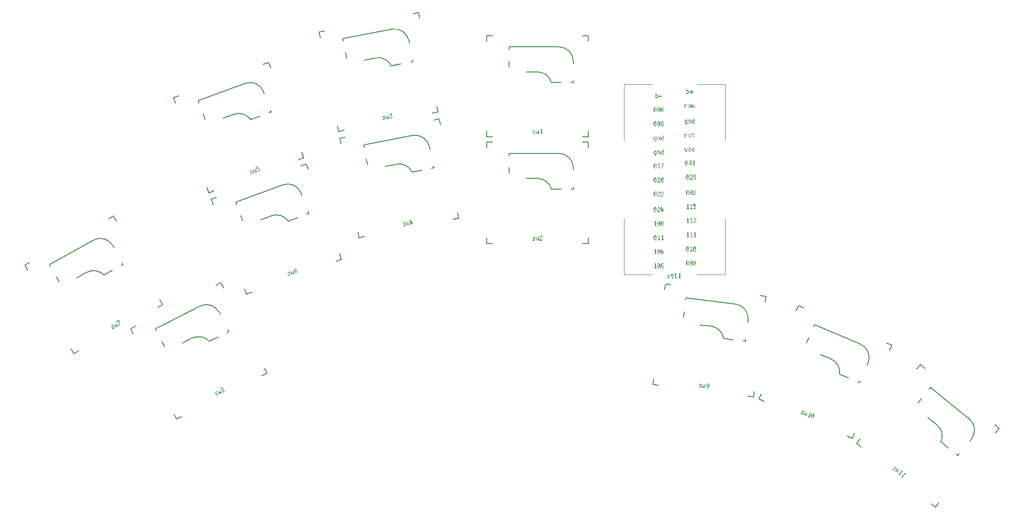
<source format=gbr>
%TF.GenerationSoftware,KiCad,Pcbnew,9.0.3*%
%TF.CreationDate,2025-08-09T00:32:57-04:00*%
%TF.ProjectId,darling,6461726c-696e-4672-9e6b-696361645f70,rev?*%
%TF.SameCoordinates,Original*%
%TF.FileFunction,Legend,Top*%
%TF.FilePolarity,Positive*%
%FSLAX46Y46*%
G04 Gerber Fmt 4.6, Leading zero omitted, Abs format (unit mm)*
G04 Created by KiCad (PCBNEW 9.0.3) date 2025-08-09 00:32:57*
%MOMM*%
%LPD*%
G01*
G04 APERTURE LIST*
%ADD10C,0.100000*%
%ADD11C,0.150000*%
G04 APERTURE END LIST*
D10*
G36*
X94647218Y-49572666D02*
G01*
X94622914Y-49447633D01*
X94998851Y-49374559D01*
X95023155Y-49499591D01*
X94647218Y-49572666D01*
G37*
G36*
X94574143Y-49196729D02*
G01*
X94549840Y-49071697D01*
X94674752Y-49047416D01*
X94699056Y-49172449D01*
X94574143Y-49196729D01*
G37*
G36*
X94725038Y-49297155D02*
G01*
X94700734Y-49172123D01*
X94950080Y-49123655D01*
X94974384Y-49248687D01*
X94725038Y-49297155D01*
G37*
G36*
X94676570Y-49047809D02*
G01*
X94652266Y-48922777D01*
X95024367Y-48850448D01*
X95048671Y-48975480D01*
X94676570Y-49047809D01*
G37*
G36*
X94974687Y-49250246D02*
G01*
X95097442Y-49226384D01*
X95121606Y-49350698D01*
X94998851Y-49374559D01*
X94974687Y-49250246D01*
G37*
G36*
X95271541Y-49451310D02*
G01*
X95149999Y-48826028D01*
X95274911Y-48801747D01*
X95347986Y-49177684D01*
X95596852Y-49129309D01*
X95523777Y-48753372D01*
X95648690Y-48729092D01*
X95770232Y-49354374D01*
X95645320Y-49378655D01*
X95621156Y-49254341D01*
X95372290Y-49302716D01*
X95396454Y-49427029D01*
X95271541Y-49451310D01*
G37*
G36*
X95871560Y-49204921D02*
G01*
X95847396Y-49080608D01*
X95972309Y-49056327D01*
X95996473Y-49180641D01*
X95871560Y-49204921D01*
G37*
G36*
X95750158Y-48580358D02*
G01*
X95725854Y-48455326D01*
X96224545Y-48358390D01*
X96273013Y-48607736D01*
X96148580Y-48631923D01*
X96124416Y-48507610D01*
X95750158Y-48580358D01*
G37*
G36*
X95996473Y-49180641D02*
G01*
X96245819Y-49132173D01*
X96270123Y-49257205D01*
X96020777Y-49305673D01*
X95996473Y-49180641D01*
G37*
G36*
X95947702Y-48929737D02*
G01*
X95923398Y-48804704D01*
X96047831Y-48780517D01*
X96072135Y-48905549D01*
X95947702Y-48929737D01*
G37*
G36*
X96047971Y-48781236D02*
G01*
X96023667Y-48656204D01*
X96148580Y-48631923D01*
X96172884Y-48756956D01*
X96047971Y-48781236D01*
G37*
G36*
X96245819Y-49132173D02*
G01*
X96172744Y-48756236D01*
X96297177Y-48732049D01*
X96370252Y-49107985D01*
X96245819Y-49132173D01*
G37*
G36*
X71193636Y-59231887D02*
G01*
X71149321Y-59112472D01*
X71508368Y-58979229D01*
X71552683Y-59098644D01*
X71193636Y-59231887D01*
G37*
G36*
X71060393Y-58872840D02*
G01*
X71016078Y-58753425D01*
X71135379Y-58709153D01*
X71179694Y-58828568D01*
X71060393Y-58872840D01*
G37*
G36*
X71225612Y-58947388D02*
G01*
X71181297Y-58827973D01*
X71419440Y-58739597D01*
X71463755Y-58859012D01*
X71225612Y-58947388D01*
G37*
G36*
X71137236Y-58709245D02*
G01*
X71092921Y-58589830D01*
X71448304Y-58457946D01*
X71492619Y-58577361D01*
X71137236Y-58709245D01*
G37*
G36*
X71464307Y-58860501D02*
G01*
X71581547Y-58816993D01*
X71625607Y-58935721D01*
X71508368Y-58979229D01*
X71464307Y-58860501D01*
G37*
G36*
X71789910Y-59010608D02*
G01*
X71568292Y-58413419D01*
X71687592Y-58369146D01*
X71820835Y-58728193D01*
X72058520Y-58639987D01*
X71925277Y-58280941D01*
X72044578Y-58236668D01*
X72266196Y-58833858D01*
X72146896Y-58878130D01*
X72102835Y-58759402D01*
X71865150Y-58847608D01*
X71909210Y-58966336D01*
X71789910Y-59010608D01*
G37*
G36*
X72341869Y-58669915D02*
G01*
X72297808Y-58551187D01*
X72417109Y-58506914D01*
X72461169Y-58625642D01*
X72341869Y-58669915D01*
G37*
G36*
X72208881Y-58311555D02*
G01*
X72076190Y-57953997D01*
X72552476Y-57777246D01*
X72596791Y-57896661D01*
X72239806Y-58029139D01*
X72283866Y-58147868D01*
X72523612Y-58058897D01*
X72567927Y-58178312D01*
X72208881Y-58311555D01*
G37*
G36*
X72462772Y-58625047D02*
G01*
X72700915Y-58536672D01*
X72745230Y-58656087D01*
X72507087Y-58744462D01*
X72462772Y-58625047D01*
G37*
G36*
X72700915Y-58536672D02*
G01*
X72567672Y-58177625D01*
X72684912Y-58134117D01*
X72818155Y-58493164D01*
X72700915Y-58536672D01*
G37*
G36*
X121244025Y-71013162D02*
G01*
X121244025Y-70885789D01*
X121626997Y-70885789D01*
X121626997Y-71013162D01*
X121244025Y-71013162D01*
G37*
G36*
X121244025Y-70630189D02*
G01*
X121244025Y-70502816D01*
X121371275Y-70502816D01*
X121371275Y-70630189D01*
X121244025Y-70630189D01*
G37*
G36*
X121372985Y-70757561D02*
G01*
X121372985Y-70630189D01*
X121626997Y-70630189D01*
X121626997Y-70757561D01*
X121372985Y-70757561D01*
G37*
G36*
X121372985Y-70503549D02*
G01*
X121372985Y-70376176D01*
X121752050Y-70376176D01*
X121752050Y-70503549D01*
X121372985Y-70503549D01*
G37*
G36*
X121626997Y-70759149D02*
G01*
X121752050Y-70759149D01*
X121752050Y-70885789D01*
X121626997Y-70885789D01*
X121626997Y-70759149D01*
G37*
G36*
X121880033Y-71013162D02*
G01*
X121880033Y-70376176D01*
X122007283Y-70376176D01*
X122007283Y-70759149D01*
X122260807Y-70759149D01*
X122260807Y-70376176D01*
X122388058Y-70376176D01*
X122388058Y-71013162D01*
X122260807Y-71013162D01*
X122260807Y-70886522D01*
X122007283Y-70886522D01*
X122007283Y-71013162D01*
X121880033Y-71013162D01*
G37*
G36*
X122516041Y-70757561D02*
G01*
X122643292Y-70757561D01*
X122643292Y-70885789D01*
X123024066Y-70885789D01*
X123024066Y-71013162D01*
X122516041Y-71013162D01*
X122516041Y-70757561D01*
G37*
G36*
X122516041Y-70378496D02*
G01*
X122516041Y-70251124D01*
X122643292Y-70251124D01*
X122643292Y-70378496D01*
X122516041Y-70378496D01*
G37*
G36*
X122643292Y-70757561D02*
G01*
X122643292Y-70630189D01*
X122770054Y-70630189D01*
X122770054Y-70757561D01*
X122643292Y-70757561D01*
G37*
G36*
X122643292Y-70249536D02*
G01*
X122643292Y-70122164D01*
X122897304Y-70122164D01*
X122897304Y-70249536D01*
X122643292Y-70249536D01*
G37*
G36*
X122770054Y-70630189D02*
G01*
X122770054Y-70502816D01*
X122897304Y-70502816D01*
X122897304Y-70630189D01*
X122770054Y-70630189D01*
G37*
G36*
X122897304Y-70502816D02*
G01*
X122897304Y-70251124D01*
X123024066Y-70251124D01*
X123024066Y-70502816D01*
X122897304Y-70502816D01*
G37*
G36*
X150747646Y-97073506D02*
G01*
X150763169Y-96947083D01*
X151143287Y-96993756D01*
X151127764Y-97120179D01*
X150747646Y-97073506D01*
G37*
G36*
X150794318Y-96693388D02*
G01*
X150809841Y-96566965D01*
X150936143Y-96582473D01*
X150920620Y-96708896D01*
X150794318Y-96693388D01*
G37*
G36*
X150906795Y-96835528D02*
G01*
X150922317Y-96709104D01*
X151174437Y-96740061D01*
X151158914Y-96866484D01*
X150906795Y-96835528D01*
G37*
G36*
X150937751Y-96583409D02*
G01*
X150953274Y-96456985D01*
X151329513Y-96503182D01*
X151313990Y-96629605D01*
X150937751Y-96583409D01*
G37*
G36*
X151158720Y-96868060D02*
G01*
X151282841Y-96883300D01*
X151267407Y-97008996D01*
X151143287Y-96993756D01*
X151158720Y-96868060D01*
G37*
G36*
X151378913Y-97151016D02*
G01*
X151456542Y-96518779D01*
X151582844Y-96534287D01*
X151536172Y-96914405D01*
X151787806Y-96945302D01*
X151834479Y-96565184D01*
X151960781Y-96580692D01*
X151883152Y-97212929D01*
X151756850Y-97197421D01*
X151772283Y-97071725D01*
X151520649Y-97040828D01*
X151505215Y-97166524D01*
X151378913Y-97151016D01*
G37*
G36*
X152025704Y-97102103D02*
G01*
X152041137Y-96976407D01*
X152167439Y-96991915D01*
X152152006Y-97117611D01*
X152025704Y-97102103D01*
G37*
G36*
X152072377Y-96721985D02*
G01*
X152103050Y-96472169D01*
X152229352Y-96487677D01*
X152198679Y-96737493D01*
X152072377Y-96721985D01*
G37*
G36*
X152153703Y-97117819D02*
G01*
X152405822Y-97148776D01*
X152390299Y-97275199D01*
X152138180Y-97244242D01*
X152153703Y-97117819D01*
G37*
G36*
X152200376Y-96737701D02*
G01*
X152452495Y-96768657D01*
X152483168Y-96518841D01*
X152607289Y-96534081D01*
X152529942Y-97164016D01*
X152405822Y-97148776D01*
X152436972Y-96895081D01*
X152184853Y-96864124D01*
X152200376Y-96737701D01*
G37*
G36*
X152231243Y-96486309D02*
G01*
X152246765Y-96359886D01*
X152498885Y-96390842D01*
X152483362Y-96517266D01*
X152231243Y-96486309D01*
G37*
G36*
X185148330Y-111557893D02*
G01*
X185228489Y-111458906D01*
X185526114Y-111699919D01*
X185445956Y-111798906D01*
X185148330Y-111557893D01*
G37*
G36*
X185389343Y-111260268D02*
G01*
X185469501Y-111161281D01*
X185568393Y-111241362D01*
X185488235Y-111340349D01*
X185389343Y-111260268D01*
G37*
G36*
X185409406Y-111440412D02*
G01*
X185489564Y-111341425D01*
X185686969Y-111501280D01*
X185606811Y-111600267D01*
X185409406Y-111440412D01*
G37*
G36*
X185569261Y-111243007D02*
G01*
X185649419Y-111144020D01*
X185944008Y-111382573D01*
X185863850Y-111481561D01*
X185569261Y-111243007D01*
G37*
G36*
X185605811Y-111601501D02*
G01*
X185702995Y-111680199D01*
X185623298Y-111778617D01*
X185526114Y-111699919D01*
X185605811Y-111601501D01*
G37*
G36*
X185642602Y-111958147D02*
G01*
X186043470Y-111463116D01*
X186142362Y-111543197D01*
X185901349Y-111840823D01*
X186098375Y-112000371D01*
X186339387Y-111702745D01*
X186438279Y-111782826D01*
X186037411Y-112277857D01*
X185938519Y-112197776D01*
X186018216Y-112099358D01*
X185821191Y-111939810D01*
X185741494Y-112038228D01*
X185642602Y-111958147D01*
G37*
G36*
X186614878Y-112581582D02*
G01*
X186534720Y-112680569D01*
X186237094Y-112439557D01*
X186317252Y-112340570D01*
X186415765Y-112420344D01*
X186736475Y-112024300D01*
X186637962Y-111944526D01*
X186718120Y-111845539D01*
X186816633Y-111925313D01*
X186896330Y-111826895D01*
X186995222Y-111906977D01*
X186514657Y-112500425D01*
X186614878Y-112581582D01*
G37*
G36*
X187109149Y-112981835D02*
G01*
X187028991Y-113080822D01*
X186731365Y-112839810D01*
X186811524Y-112740823D01*
X186910036Y-112820597D01*
X187230746Y-112424553D01*
X187132233Y-112344779D01*
X187212391Y-112245792D01*
X187310904Y-112325566D01*
X187390601Y-112227148D01*
X187489493Y-112307230D01*
X187008928Y-112900678D01*
X187109149Y-112981835D01*
G37*
G36*
X46654093Y-86741261D02*
G01*
X46592341Y-86629858D01*
X46927297Y-86444189D01*
X46989048Y-86555592D01*
X46654093Y-86741261D01*
G37*
G36*
X46468424Y-86406305D02*
G01*
X46406672Y-86294903D01*
X46517968Y-86233210D01*
X46579720Y-86344613D01*
X46468424Y-86406305D01*
G37*
G36*
X46642967Y-86455187D02*
G01*
X46581215Y-86343784D01*
X46803379Y-86220636D01*
X46865131Y-86332039D01*
X46642967Y-86455187D01*
G37*
G36*
X46519819Y-86233022D02*
G01*
X46458067Y-86121620D01*
X46789605Y-85937845D01*
X46851356Y-86049248D01*
X46519819Y-86233022D01*
G37*
G36*
X46865901Y-86333428D02*
G01*
X46975274Y-86272801D01*
X47036670Y-86383563D01*
X46927297Y-86444189D01*
X46865901Y-86333428D01*
G37*
G36*
X47210358Y-86432918D02*
G01*
X46901542Y-85875798D01*
X47012837Y-85814106D01*
X47198506Y-86149061D01*
X47420243Y-86026150D01*
X47234575Y-85691195D01*
X47345870Y-85629502D01*
X47654687Y-86186622D01*
X47543391Y-86248315D01*
X47481995Y-86137553D01*
X47260258Y-86260464D01*
X47321654Y-86371226D01*
X47210358Y-86432918D01*
G37*
G36*
X47966580Y-85432885D02*
G01*
X47855284Y-85494577D01*
X47731366Y-85271024D01*
X47398120Y-85455746D01*
X47336368Y-85344343D01*
X47780911Y-85097929D01*
X47966580Y-85432885D01*
G37*
G36*
X47756267Y-85839889D02*
G01*
X47867563Y-85778197D01*
X47990711Y-86000361D01*
X47879415Y-86062054D01*
X47756267Y-85839889D01*
G37*
G36*
X47867563Y-85778197D02*
G01*
X47744415Y-85556033D01*
X47855284Y-85494577D01*
X47978432Y-85716742D01*
X47867563Y-85778197D01*
G37*
G36*
X168814338Y-101726156D02*
G01*
X168864107Y-101608909D01*
X169216635Y-101758548D01*
X169166866Y-101875795D01*
X168814338Y-101726156D01*
G37*
G36*
X168963978Y-101373627D02*
G01*
X169013746Y-101256380D01*
X169130881Y-101306101D01*
X169081112Y-101423348D01*
X168963978Y-101373627D01*
G37*
G36*
X169032918Y-101541263D02*
G01*
X169082686Y-101424016D01*
X169316506Y-101523267D01*
X169266737Y-101640514D01*
X169032918Y-101541263D01*
G37*
G36*
X169132168Y-101307444D02*
G01*
X169181937Y-101190196D01*
X169530868Y-101338309D01*
X169481099Y-101455556D01*
X169132168Y-101307444D01*
G37*
G36*
X169266117Y-101641975D02*
G01*
X169381228Y-101690837D01*
X169331746Y-101807410D01*
X169216635Y-101758548D01*
X169266117Y-101641975D01*
G37*
G36*
X169399787Y-101974664D02*
G01*
X169648677Y-101388316D01*
X169765812Y-101438037D01*
X169616172Y-101790565D01*
X169849542Y-101889625D01*
X169999182Y-101537096D01*
X170116317Y-101586817D01*
X169867427Y-102173165D01*
X169750292Y-102123445D01*
X169799774Y-102006872D01*
X169566404Y-101907812D01*
X169516922Y-102024385D01*
X169399787Y-101974664D01*
G37*
G36*
X170506241Y-102305953D02*
G01*
X170456473Y-102423200D01*
X170103944Y-102273561D01*
X170153713Y-102156314D01*
X170270398Y-102205844D01*
X170469519Y-101736743D01*
X170352834Y-101687213D01*
X170402603Y-101569966D01*
X170519288Y-101619496D01*
X170568770Y-101502923D01*
X170685905Y-101552644D01*
X170387533Y-102255565D01*
X170506241Y-102305953D01*
G37*
G36*
X170621073Y-102352972D02*
G01*
X170869963Y-101766624D01*
X170987098Y-101816345D01*
X170887227Y-102051626D01*
X171005711Y-102101919D01*
X170955942Y-102219166D01*
X170837459Y-102168873D01*
X170738208Y-102402693D01*
X170621073Y-102352972D01*
G37*
G36*
X170739162Y-102404822D02*
G01*
X170972981Y-102504073D01*
X170923213Y-102621320D01*
X170689393Y-102522069D01*
X170739162Y-102404822D01*
G37*
G36*
X170987765Y-101819149D02*
G01*
X171037534Y-101701901D01*
X171271353Y-101801152D01*
X171221585Y-101918399D01*
X170987765Y-101819149D01*
G37*
G36*
X171005425Y-102102594D02*
G01*
X171055193Y-101985347D01*
X171172103Y-102034972D01*
X171222492Y-101916263D01*
X171337603Y-101965125D01*
X171088713Y-102551473D01*
X170973602Y-102502611D01*
X171122334Y-102152219D01*
X171005425Y-102102594D01*
G37*
G36*
X65033921Y-98578869D02*
G01*
X64976095Y-98465379D01*
X65317326Y-98291513D01*
X65375152Y-98405003D01*
X65033921Y-98578869D01*
G37*
G36*
X64860055Y-98237637D02*
G01*
X64802229Y-98124147D01*
X64915610Y-98066377D01*
X64973436Y-98179867D01*
X64860055Y-98237637D01*
G37*
G36*
X65032785Y-98292580D02*
G01*
X64974959Y-98179091D01*
X65201286Y-98063771D01*
X65259112Y-98177261D01*
X65032785Y-98292580D01*
G37*
G36*
X64917466Y-98066254D02*
G01*
X64859640Y-97952764D01*
X65197389Y-97780672D01*
X65255215Y-97894162D01*
X64917466Y-98066254D01*
G37*
G36*
X65259833Y-98178676D02*
G01*
X65371255Y-98121903D01*
X65428748Y-98234740D01*
X65317326Y-98291513D01*
X65259833Y-98178676D01*
G37*
G36*
X65600608Y-98290127D02*
G01*
X65311423Y-97722569D01*
X65424804Y-97664798D01*
X65598670Y-98006029D01*
X65824562Y-97890932D01*
X65650696Y-97549701D01*
X65764077Y-97491930D01*
X66053262Y-98059488D01*
X65939881Y-98117259D01*
X65882388Y-98004422D01*
X65656496Y-98119519D01*
X65713989Y-98232356D01*
X65600608Y-98290127D01*
G37*
G36*
X66108749Y-97886481D02*
G01*
X65993430Y-97660154D01*
X66106811Y-97602383D01*
X66222130Y-97828710D01*
X66108749Y-97886481D01*
G37*
G36*
X65935604Y-97546664D02*
G01*
X65821338Y-97322405D01*
X65934719Y-97264634D01*
X66048985Y-97488893D01*
X65935604Y-97546664D01*
G37*
G36*
X66224374Y-97829348D02*
G01*
X66450701Y-97714029D01*
X66508527Y-97827519D01*
X66282200Y-97942838D01*
X66224374Y-97829348D01*
G37*
G36*
X66050508Y-97488117D02*
G01*
X66276835Y-97372798D01*
X66334661Y-97486288D01*
X66108334Y-97601607D01*
X66050508Y-97488117D01*
G37*
G36*
X65935522Y-97262443D02*
G01*
X65877696Y-97148953D01*
X66104023Y-97033634D01*
X66161848Y-97147124D01*
X65935522Y-97262443D01*
G37*
G36*
X66449980Y-97712615D02*
G01*
X66334661Y-97486288D01*
X66446084Y-97429515D01*
X66561403Y-97655842D01*
X66449980Y-97712615D01*
G37*
G36*
X66276835Y-97372798D02*
G01*
X66162569Y-97148539D01*
X66273992Y-97091766D01*
X66388258Y-97316025D01*
X66276835Y-97372798D01*
G37*
G36*
X148565992Y-44925000D02*
G01*
X148565992Y-44034002D01*
X148693242Y-44034002D01*
X148693242Y-44288014D01*
X148947804Y-44288014D01*
X148947804Y-44415387D01*
X148693242Y-44415387D01*
X148693242Y-44797627D01*
X148947804Y-44797627D01*
X148947804Y-44925000D01*
X148565992Y-44925000D01*
G37*
G36*
X149074017Y-44797627D02*
G01*
X148947804Y-44797627D01*
X148947804Y-44416974D01*
X149074017Y-44416974D01*
X149074017Y-44797627D01*
G37*
G36*
X149202000Y-44669399D02*
G01*
X149202000Y-44542027D01*
X149456012Y-44542027D01*
X149456012Y-44288014D01*
X149583263Y-44288014D01*
X149583263Y-44542027D01*
X149838985Y-44542027D01*
X149838985Y-44669399D01*
X149583263Y-44669399D01*
X149583263Y-44925000D01*
X149456012Y-44925000D01*
X149456012Y-44669399D01*
X149202000Y-44669399D01*
G37*
G36*
X149009921Y-70297627D02*
G01*
X149009921Y-70425000D01*
X148626948Y-70425000D01*
X148626948Y-70297627D01*
X148753710Y-70297627D01*
X148753710Y-69788014D01*
X148626948Y-69788014D01*
X148626948Y-69660642D01*
X148753710Y-69660642D01*
X148753710Y-69534002D01*
X148880960Y-69534002D01*
X148880960Y-70297627D01*
X149009921Y-70297627D01*
G37*
G36*
X149645929Y-70297627D02*
G01*
X149645929Y-70425000D01*
X149262956Y-70425000D01*
X149262956Y-70297627D01*
X149389718Y-70297627D01*
X149389718Y-69788014D01*
X149262956Y-69788014D01*
X149262956Y-69660642D01*
X149389718Y-69660642D01*
X149389718Y-69534002D01*
X149516969Y-69534002D01*
X149516969Y-70297627D01*
X149645929Y-70297627D01*
G37*
G36*
X150281937Y-70297627D02*
G01*
X150281937Y-70425000D01*
X149898964Y-70425000D01*
X149898964Y-70297627D01*
X150025727Y-70297627D01*
X150025727Y-69788014D01*
X149898964Y-69788014D01*
X149898964Y-69660642D01*
X150025727Y-69660642D01*
X150025727Y-69534002D01*
X150152977Y-69534002D01*
X150152977Y-70297627D01*
X150281937Y-70297627D01*
G37*
G36*
X145179984Y-77547627D02*
G01*
X145179984Y-77164654D01*
X145307234Y-77164654D01*
X145307234Y-77547627D01*
X145179984Y-77547627D01*
G37*
G36*
X145308944Y-77547627D02*
G01*
X145562956Y-77547627D01*
X145562956Y-77675000D01*
X145308944Y-77675000D01*
X145308944Y-77547627D01*
G37*
G36*
X145308944Y-77165387D02*
G01*
X145308944Y-77038014D01*
X145562956Y-77038014D01*
X145562956Y-77165387D01*
X145308944Y-77165387D01*
G37*
G36*
X145562956Y-77547627D02*
G01*
X145562956Y-77420987D01*
X145688009Y-77420987D01*
X145688009Y-77547627D01*
X145562956Y-77547627D01*
G37*
G36*
X145562956Y-77164654D02*
G01*
X145688009Y-77164654D01*
X145688009Y-77292027D01*
X145562956Y-77292027D01*
X145562956Y-77164654D01*
G37*
G36*
X145815992Y-77165387D02*
G01*
X145815992Y-77038014D01*
X145942754Y-77038014D01*
X145942754Y-76784002D01*
X146070004Y-76784002D01*
X146070004Y-77038014D01*
X146324017Y-77038014D01*
X146324017Y-77165387D01*
X146070004Y-77165387D01*
X146070004Y-77549947D01*
X145942754Y-77549947D01*
X145942754Y-77165387D01*
X145815992Y-77165387D01*
G37*
G36*
X146070004Y-77547627D02*
G01*
X146324017Y-77547627D01*
X146324017Y-77675000D01*
X146070004Y-77675000D01*
X146070004Y-77547627D01*
G37*
G36*
X146963933Y-77547627D02*
G01*
X146963933Y-77675000D01*
X146709921Y-77675000D01*
X146709921Y-77547627D01*
X146963933Y-77547627D01*
G37*
G36*
X146453954Y-76911374D02*
G01*
X146453954Y-76784002D01*
X146708211Y-76784002D01*
X146708211Y-77547627D01*
X146580960Y-77547627D01*
X146580960Y-76911374D01*
X146453954Y-76911374D01*
G37*
G36*
X147599942Y-77547627D02*
G01*
X147599942Y-77675000D01*
X147216969Y-77675000D01*
X147216969Y-77547627D01*
X147343731Y-77547627D01*
X147343731Y-77038014D01*
X147216969Y-77038014D01*
X147216969Y-76910642D01*
X147343731Y-76910642D01*
X147343731Y-76784002D01*
X147470981Y-76784002D01*
X147470981Y-77547627D01*
X147599942Y-77547627D01*
G37*
G36*
X148497988Y-60046039D02*
G01*
X148497988Y-59409054D01*
X148625238Y-59409054D01*
X148625238Y-59664654D01*
X148753954Y-59664654D01*
X148753954Y-59792027D01*
X148625238Y-59792027D01*
X148625238Y-60046039D01*
X148497988Y-60046039D01*
G37*
G36*
X148626948Y-60047627D02*
G01*
X148880960Y-60047627D01*
X148880960Y-60175000D01*
X148626948Y-60175000D01*
X148626948Y-60047627D01*
G37*
G36*
X148626948Y-59411374D02*
G01*
X148626948Y-59284002D01*
X148880960Y-59284002D01*
X148880960Y-59411374D01*
X148626948Y-59411374D01*
G37*
G36*
X148753954Y-59665387D02*
G01*
X148753954Y-59538014D01*
X148880960Y-59538014D01*
X148880960Y-59409054D01*
X149006013Y-59409054D01*
X149006013Y-60046039D01*
X148880960Y-60046039D01*
X148880960Y-59665387D01*
X148753954Y-59665387D01*
G37*
G36*
X149133996Y-59919399D02*
G01*
X149261246Y-59919399D01*
X149261246Y-60047627D01*
X149642021Y-60047627D01*
X149642021Y-60175000D01*
X149133996Y-60175000D01*
X149133996Y-59919399D01*
G37*
G36*
X149133996Y-59540334D02*
G01*
X149133996Y-59412962D01*
X149261246Y-59412962D01*
X149261246Y-59540334D01*
X149133996Y-59540334D01*
G37*
G36*
X149261246Y-59919399D02*
G01*
X149261246Y-59792027D01*
X149388008Y-59792027D01*
X149388008Y-59919399D01*
X149261246Y-59919399D01*
G37*
G36*
X149261246Y-59411374D02*
G01*
X149261246Y-59284002D01*
X149515259Y-59284002D01*
X149515259Y-59411374D01*
X149261246Y-59411374D01*
G37*
G36*
X149388008Y-59792027D02*
G01*
X149388008Y-59664654D01*
X149515259Y-59664654D01*
X149515259Y-59792027D01*
X149388008Y-59792027D01*
G37*
G36*
X149515259Y-59664654D02*
G01*
X149515259Y-59412962D01*
X149642021Y-59412962D01*
X149642021Y-59664654D01*
X149515259Y-59664654D01*
G37*
G36*
X149770004Y-60047627D02*
G01*
X149770004Y-59920987D01*
X149897255Y-59920987D01*
X149897255Y-60047627D01*
X149770004Y-60047627D01*
G37*
G36*
X149770004Y-59664654D02*
G01*
X149770004Y-59412962D01*
X149897255Y-59412962D01*
X149897255Y-59664654D01*
X149770004Y-59664654D01*
G37*
G36*
X149898964Y-60047627D02*
G01*
X150152977Y-60047627D01*
X150152977Y-60175000D01*
X149898964Y-60175000D01*
X149898964Y-60047627D01*
G37*
G36*
X149898964Y-59664654D02*
G01*
X150152977Y-59664654D01*
X150152977Y-59412962D01*
X150278029Y-59412962D01*
X150278029Y-60047627D01*
X150152977Y-60047627D01*
X150152977Y-59792027D01*
X149898964Y-59792027D01*
X149898964Y-59664654D01*
G37*
G36*
X149898964Y-59411374D02*
G01*
X149898964Y-59284002D01*
X150152977Y-59284002D01*
X150152977Y-59411374D01*
X149898964Y-59411374D01*
G37*
G36*
X143259921Y-73297627D02*
G01*
X143259921Y-73425000D01*
X142876948Y-73425000D01*
X142876948Y-73297627D01*
X143003710Y-73297627D01*
X143003710Y-72788014D01*
X142876948Y-72788014D01*
X142876948Y-72660642D01*
X143003710Y-72660642D01*
X143003710Y-72534002D01*
X143130960Y-72534002D01*
X143130960Y-73297627D01*
X143259921Y-73297627D01*
G37*
G36*
X143383996Y-73296039D02*
G01*
X143383996Y-72659054D01*
X143511246Y-72659054D01*
X143511246Y-72914654D01*
X143639962Y-72914654D01*
X143639962Y-73042027D01*
X143511246Y-73042027D01*
X143511246Y-73296039D01*
X143383996Y-73296039D01*
G37*
G36*
X143512956Y-73297627D02*
G01*
X143766969Y-73297627D01*
X143766969Y-73425000D01*
X143512956Y-73425000D01*
X143512956Y-73297627D01*
G37*
G36*
X143512956Y-72661374D02*
G01*
X143512956Y-72534002D01*
X143766969Y-72534002D01*
X143766969Y-72661374D01*
X143512956Y-72661374D01*
G37*
G36*
X143639962Y-72915387D02*
G01*
X143639962Y-72788014D01*
X143766969Y-72788014D01*
X143766969Y-72659054D01*
X143892021Y-72659054D01*
X143892021Y-73296039D01*
X143766969Y-73296039D01*
X143766969Y-72915387D01*
X143639962Y-72915387D01*
G37*
G36*
X144020004Y-73169399D02*
G01*
X144020004Y-72534002D01*
X144147255Y-72534002D01*
X144147255Y-73042027D01*
X144274017Y-73042027D01*
X144274017Y-72788014D01*
X144401267Y-72788014D01*
X144401267Y-73042027D01*
X144529983Y-73042027D01*
X144529983Y-73169399D01*
X144401267Y-73169399D01*
X144401267Y-73425000D01*
X144274017Y-73425000D01*
X144274017Y-73169399D01*
X144020004Y-73169399D01*
G37*
G36*
X142747988Y-70796039D02*
G01*
X142747988Y-70159054D01*
X142875238Y-70159054D01*
X142875238Y-70414654D01*
X143003954Y-70414654D01*
X143003954Y-70542027D01*
X142875238Y-70542027D01*
X142875238Y-70796039D01*
X142747988Y-70796039D01*
G37*
G36*
X142876948Y-70797627D02*
G01*
X143130960Y-70797627D01*
X143130960Y-70925000D01*
X142876948Y-70925000D01*
X142876948Y-70797627D01*
G37*
G36*
X142876948Y-70161374D02*
G01*
X142876948Y-70034002D01*
X143130960Y-70034002D01*
X143130960Y-70161374D01*
X142876948Y-70161374D01*
G37*
G36*
X143003954Y-70415387D02*
G01*
X143003954Y-70288014D01*
X143130960Y-70288014D01*
X143130960Y-70159054D01*
X143256013Y-70159054D01*
X143256013Y-70796039D01*
X143130960Y-70796039D01*
X143130960Y-70415387D01*
X143003954Y-70415387D01*
G37*
G36*
X143895929Y-70797627D02*
G01*
X143895929Y-70925000D01*
X143512956Y-70925000D01*
X143512956Y-70797627D01*
X143639718Y-70797627D01*
X143639718Y-70288014D01*
X143512956Y-70288014D01*
X143512956Y-70160642D01*
X143639718Y-70160642D01*
X143639718Y-70034002D01*
X143766969Y-70034002D01*
X143766969Y-70797627D01*
X143895929Y-70797627D01*
G37*
G36*
X144531937Y-70797627D02*
G01*
X144531937Y-70925000D01*
X144148964Y-70925000D01*
X144148964Y-70797627D01*
X144275727Y-70797627D01*
X144275727Y-70288014D01*
X144148964Y-70288014D01*
X144148964Y-70160642D01*
X144275727Y-70160642D01*
X144275727Y-70034002D01*
X144402977Y-70034002D01*
X144402977Y-70797627D01*
X144531937Y-70797627D01*
G37*
G36*
X142747988Y-58046039D02*
G01*
X142747988Y-57409054D01*
X142875238Y-57409054D01*
X142875238Y-57664654D01*
X143003954Y-57664654D01*
X143003954Y-57792027D01*
X142875238Y-57792027D01*
X142875238Y-58046039D01*
X142747988Y-58046039D01*
G37*
G36*
X142876948Y-58047627D02*
G01*
X143130960Y-58047627D01*
X143130960Y-58175000D01*
X142876948Y-58175000D01*
X142876948Y-58047627D01*
G37*
G36*
X142876948Y-57411374D02*
G01*
X142876948Y-57284002D01*
X143130960Y-57284002D01*
X143130960Y-57411374D01*
X142876948Y-57411374D01*
G37*
G36*
X143003954Y-57665387D02*
G01*
X143003954Y-57538014D01*
X143130960Y-57538014D01*
X143130960Y-57409054D01*
X143256013Y-57409054D01*
X143256013Y-58046039D01*
X143130960Y-58046039D01*
X143130960Y-57665387D01*
X143003954Y-57665387D01*
G37*
G36*
X143895929Y-58047627D02*
G01*
X143895929Y-58175000D01*
X143512956Y-58175000D01*
X143512956Y-58047627D01*
X143639718Y-58047627D01*
X143639718Y-57538014D01*
X143512956Y-57538014D01*
X143512956Y-57410642D01*
X143639718Y-57410642D01*
X143639718Y-57284002D01*
X143766969Y-57284002D01*
X143766969Y-58047627D01*
X143895929Y-58047627D01*
G37*
G36*
X144530228Y-57666974D02*
G01*
X144402977Y-57666974D01*
X144402977Y-57411374D01*
X144021958Y-57411374D01*
X144021958Y-57284002D01*
X144530228Y-57284002D01*
X144530228Y-57666974D01*
G37*
G36*
X144148964Y-57920987D02*
G01*
X144276215Y-57920987D01*
X144276215Y-58175000D01*
X144148964Y-58175000D01*
X144148964Y-57920987D01*
G37*
G36*
X144276215Y-57920987D02*
G01*
X144276215Y-57666974D01*
X144402977Y-57666974D01*
X144402977Y-57920987D01*
X144276215Y-57920987D01*
G37*
G36*
X142747988Y-60546039D02*
G01*
X142747988Y-59909054D01*
X142875238Y-59909054D01*
X142875238Y-60164654D01*
X143003954Y-60164654D01*
X143003954Y-60292027D01*
X142875238Y-60292027D01*
X142875238Y-60546039D01*
X142747988Y-60546039D01*
G37*
G36*
X142876948Y-60547627D02*
G01*
X143130960Y-60547627D01*
X143130960Y-60675000D01*
X142876948Y-60675000D01*
X142876948Y-60547627D01*
G37*
G36*
X142876948Y-59911374D02*
G01*
X142876948Y-59784002D01*
X143130960Y-59784002D01*
X143130960Y-59911374D01*
X142876948Y-59911374D01*
G37*
G36*
X143003954Y-60165387D02*
G01*
X143003954Y-60038014D01*
X143130960Y-60038014D01*
X143130960Y-59909054D01*
X143256013Y-59909054D01*
X143256013Y-60546039D01*
X143130960Y-60546039D01*
X143130960Y-60165387D01*
X143003954Y-60165387D01*
G37*
G36*
X143383996Y-60419399D02*
G01*
X143511246Y-60419399D01*
X143511246Y-60547627D01*
X143892021Y-60547627D01*
X143892021Y-60675000D01*
X143383996Y-60675000D01*
X143383996Y-60419399D01*
G37*
G36*
X143383996Y-60040334D02*
G01*
X143383996Y-59912962D01*
X143511246Y-59912962D01*
X143511246Y-60040334D01*
X143383996Y-60040334D01*
G37*
G36*
X143511246Y-60419399D02*
G01*
X143511246Y-60292027D01*
X143638008Y-60292027D01*
X143638008Y-60419399D01*
X143511246Y-60419399D01*
G37*
G36*
X143511246Y-59911374D02*
G01*
X143511246Y-59784002D01*
X143765259Y-59784002D01*
X143765259Y-59911374D01*
X143511246Y-59911374D01*
G37*
G36*
X143638008Y-60292027D02*
G01*
X143638008Y-60164654D01*
X143765259Y-60164654D01*
X143765259Y-60292027D01*
X143638008Y-60292027D01*
G37*
G36*
X143765259Y-60164654D02*
G01*
X143765259Y-59912962D01*
X143892021Y-59912962D01*
X143892021Y-60164654D01*
X143765259Y-60164654D01*
G37*
G36*
X144020004Y-60546039D02*
G01*
X144020004Y-59909054D01*
X144147255Y-59909054D01*
X144147255Y-60164654D01*
X144275971Y-60164654D01*
X144275971Y-60292027D01*
X144147255Y-60292027D01*
X144147255Y-60546039D01*
X144020004Y-60546039D01*
G37*
G36*
X144148964Y-60547627D02*
G01*
X144402977Y-60547627D01*
X144402977Y-60675000D01*
X144148964Y-60675000D01*
X144148964Y-60547627D01*
G37*
G36*
X144148964Y-59911374D02*
G01*
X144148964Y-59784002D01*
X144402977Y-59784002D01*
X144402977Y-59911374D01*
X144148964Y-59911374D01*
G37*
G36*
X144275971Y-60165387D02*
G01*
X144275971Y-60038014D01*
X144402977Y-60038014D01*
X144402977Y-59909054D01*
X144528029Y-59909054D01*
X144528029Y-60546039D01*
X144402977Y-60546039D01*
X144402977Y-60165387D01*
X144275971Y-60165387D01*
G37*
G36*
X143259921Y-75797627D02*
G01*
X143259921Y-75925000D01*
X142876948Y-75925000D01*
X142876948Y-75797627D01*
X143003710Y-75797627D01*
X143003710Y-75288014D01*
X142876948Y-75288014D01*
X142876948Y-75160642D01*
X143003710Y-75160642D01*
X143003710Y-75034002D01*
X143130960Y-75034002D01*
X143130960Y-75797627D01*
X143259921Y-75797627D01*
G37*
G36*
X143383996Y-75796039D02*
G01*
X143383996Y-75159054D01*
X143511246Y-75159054D01*
X143511246Y-75414654D01*
X143639962Y-75414654D01*
X143639962Y-75542027D01*
X143511246Y-75542027D01*
X143511246Y-75796039D01*
X143383996Y-75796039D01*
G37*
G36*
X143512956Y-75797627D02*
G01*
X143766969Y-75797627D01*
X143766969Y-75925000D01*
X143512956Y-75925000D01*
X143512956Y-75797627D01*
G37*
G36*
X143512956Y-75161374D02*
G01*
X143512956Y-75034002D01*
X143766969Y-75034002D01*
X143766969Y-75161374D01*
X143512956Y-75161374D01*
G37*
G36*
X143639962Y-75415387D02*
G01*
X143639962Y-75288014D01*
X143766969Y-75288014D01*
X143766969Y-75159054D01*
X143892021Y-75159054D01*
X143892021Y-75796039D01*
X143766969Y-75796039D01*
X143766969Y-75415387D01*
X143639962Y-75415387D01*
G37*
G36*
X144020004Y-75796039D02*
G01*
X144020004Y-75160642D01*
X144147255Y-75160642D01*
X144147255Y-75414654D01*
X144402977Y-75414654D01*
X144402977Y-75542027D01*
X144147255Y-75542027D01*
X144147255Y-75796039D01*
X144020004Y-75796039D01*
G37*
G36*
X144148964Y-75797627D02*
G01*
X144402977Y-75797627D01*
X144402977Y-75925000D01*
X144148964Y-75925000D01*
X144148964Y-75797627D01*
G37*
G36*
X144148964Y-75161374D02*
G01*
X144148964Y-75034002D01*
X144402977Y-75034002D01*
X144402977Y-75161374D01*
X144148964Y-75161374D01*
G37*
G36*
X144402977Y-75796039D02*
G01*
X144402977Y-75542027D01*
X144528029Y-75542027D01*
X144528029Y-75796039D01*
X144402977Y-75796039D01*
G37*
G36*
X144402977Y-75288014D02*
G01*
X144402977Y-75160642D01*
X144528029Y-75160642D01*
X144528029Y-75288014D01*
X144402977Y-75288014D01*
G37*
G36*
X148247988Y-54920987D02*
G01*
X148247988Y-54538014D01*
X148375238Y-54538014D01*
X148375238Y-54920987D01*
X148247988Y-54920987D01*
G37*
G36*
X148756013Y-54920987D02*
G01*
X148630960Y-54920987D01*
X148630960Y-54538014D01*
X148756013Y-54538014D01*
X148756013Y-54920987D01*
G37*
G36*
X148376948Y-54920987D02*
G01*
X148630960Y-54920987D01*
X148630960Y-55175000D01*
X148376948Y-55175000D01*
X148376948Y-54920987D01*
G37*
G36*
X148883996Y-55047627D02*
G01*
X148883996Y-54664654D01*
X149011246Y-54664654D01*
X149011246Y-55047627D01*
X148883996Y-55047627D01*
G37*
G36*
X149012956Y-55047627D02*
G01*
X149266969Y-55047627D01*
X149266969Y-55175000D01*
X149012956Y-55175000D01*
X149012956Y-55047627D01*
G37*
G36*
X149012956Y-54665387D02*
G01*
X149012956Y-54538014D01*
X149266969Y-54538014D01*
X149266969Y-54665387D01*
X149012956Y-54665387D01*
G37*
G36*
X149266969Y-55047627D02*
G01*
X149266969Y-54920987D01*
X149392021Y-54920987D01*
X149392021Y-55047627D01*
X149266969Y-55047627D01*
G37*
G36*
X149266969Y-54664654D02*
G01*
X149392021Y-54664654D01*
X149392021Y-54792027D01*
X149266969Y-54792027D01*
X149266969Y-54664654D01*
G37*
G36*
X149520004Y-55047627D02*
G01*
X149520004Y-54664654D01*
X149647255Y-54664654D01*
X149647255Y-55047627D01*
X149520004Y-55047627D01*
G37*
G36*
X149648964Y-55047627D02*
G01*
X149902977Y-55047627D01*
X149902977Y-55175000D01*
X149648964Y-55175000D01*
X149648964Y-55047627D01*
G37*
G36*
X149648964Y-54665387D02*
G01*
X149648964Y-54538014D01*
X149902977Y-54538014D01*
X149902977Y-54665387D01*
X149648964Y-54665387D01*
G37*
G36*
X149902977Y-55047627D02*
G01*
X149902977Y-54920987D01*
X150028029Y-54920987D01*
X150028029Y-55047627D01*
X149902977Y-55047627D01*
G37*
G36*
X149902977Y-54664654D02*
G01*
X150028029Y-54664654D01*
X150028029Y-54792027D01*
X149902977Y-54792027D01*
X149902977Y-54664654D01*
G37*
G36*
X143065992Y-45675000D02*
G01*
X143065992Y-44784002D01*
X143193242Y-44784002D01*
X143193242Y-45038014D01*
X143447804Y-45038014D01*
X143447804Y-45165387D01*
X143193242Y-45165387D01*
X143193242Y-45547627D01*
X143447804Y-45547627D01*
X143447804Y-45675000D01*
X143065992Y-45675000D01*
G37*
G36*
X143574017Y-45547627D02*
G01*
X143447804Y-45547627D01*
X143447804Y-45166974D01*
X143574017Y-45166974D01*
X143574017Y-45547627D01*
G37*
G36*
X143702000Y-45420987D02*
G01*
X143702000Y-45293614D01*
X144210025Y-45293614D01*
X144210025Y-45420987D01*
X143702000Y-45420987D01*
G37*
G36*
X142747988Y-65796039D02*
G01*
X142747988Y-65159054D01*
X142875238Y-65159054D01*
X142875238Y-65414654D01*
X143003954Y-65414654D01*
X143003954Y-65542027D01*
X142875238Y-65542027D01*
X142875238Y-65796039D01*
X142747988Y-65796039D01*
G37*
G36*
X142876948Y-65797627D02*
G01*
X143130960Y-65797627D01*
X143130960Y-65925000D01*
X142876948Y-65925000D01*
X142876948Y-65797627D01*
G37*
G36*
X142876948Y-65161374D02*
G01*
X142876948Y-65034002D01*
X143130960Y-65034002D01*
X143130960Y-65161374D01*
X142876948Y-65161374D01*
G37*
G36*
X143003954Y-65415387D02*
G01*
X143003954Y-65288014D01*
X143130960Y-65288014D01*
X143130960Y-65159054D01*
X143256013Y-65159054D01*
X143256013Y-65796039D01*
X143130960Y-65796039D01*
X143130960Y-65415387D01*
X143003954Y-65415387D01*
G37*
G36*
X143383996Y-65669399D02*
G01*
X143511246Y-65669399D01*
X143511246Y-65797627D01*
X143892021Y-65797627D01*
X143892021Y-65925000D01*
X143383996Y-65925000D01*
X143383996Y-65669399D01*
G37*
G36*
X143383996Y-65290334D02*
G01*
X143383996Y-65162962D01*
X143511246Y-65162962D01*
X143511246Y-65290334D01*
X143383996Y-65290334D01*
G37*
G36*
X143511246Y-65669399D02*
G01*
X143511246Y-65542027D01*
X143638008Y-65542027D01*
X143638008Y-65669399D01*
X143511246Y-65669399D01*
G37*
G36*
X143511246Y-65161374D02*
G01*
X143511246Y-65034002D01*
X143765259Y-65034002D01*
X143765259Y-65161374D01*
X143511246Y-65161374D01*
G37*
G36*
X143638008Y-65542027D02*
G01*
X143638008Y-65414654D01*
X143765259Y-65414654D01*
X143765259Y-65542027D01*
X143638008Y-65542027D01*
G37*
G36*
X143765259Y-65414654D02*
G01*
X143765259Y-65162962D01*
X143892021Y-65162962D01*
X143892021Y-65414654D01*
X143765259Y-65414654D01*
G37*
G36*
X144020004Y-65669399D02*
G01*
X144020004Y-65034002D01*
X144147255Y-65034002D01*
X144147255Y-65542027D01*
X144274017Y-65542027D01*
X144274017Y-65288014D01*
X144401267Y-65288014D01*
X144401267Y-65542027D01*
X144529983Y-65542027D01*
X144529983Y-65669399D01*
X144401267Y-65669399D01*
X144401267Y-65925000D01*
X144274017Y-65925000D01*
X144274017Y-65669399D01*
X144020004Y-65669399D01*
G37*
G36*
X143259921Y-68297627D02*
G01*
X143259921Y-68425000D01*
X142876948Y-68425000D01*
X142876948Y-68297627D01*
X143003710Y-68297627D01*
X143003710Y-67788014D01*
X142876948Y-67788014D01*
X142876948Y-67660642D01*
X143003710Y-67660642D01*
X143003710Y-67534002D01*
X143130960Y-67534002D01*
X143130960Y-68297627D01*
X143259921Y-68297627D01*
G37*
G36*
X143383996Y-68296039D02*
G01*
X143383996Y-67659054D01*
X143511246Y-67659054D01*
X143511246Y-67914654D01*
X143639962Y-67914654D01*
X143639962Y-68042027D01*
X143511246Y-68042027D01*
X143511246Y-68296039D01*
X143383996Y-68296039D01*
G37*
G36*
X143512956Y-68297627D02*
G01*
X143766969Y-68297627D01*
X143766969Y-68425000D01*
X143512956Y-68425000D01*
X143512956Y-68297627D01*
G37*
G36*
X143512956Y-67661374D02*
G01*
X143512956Y-67534002D01*
X143766969Y-67534002D01*
X143766969Y-67661374D01*
X143512956Y-67661374D01*
G37*
G36*
X143639962Y-67915387D02*
G01*
X143639962Y-67788014D01*
X143766969Y-67788014D01*
X143766969Y-67659054D01*
X143892021Y-67659054D01*
X143892021Y-68296039D01*
X143766969Y-68296039D01*
X143766969Y-67915387D01*
X143639962Y-67915387D01*
G37*
G36*
X144020004Y-68296039D02*
G01*
X144020004Y-67659054D01*
X144147255Y-67659054D01*
X144147255Y-67914654D01*
X144275971Y-67914654D01*
X144275971Y-68042027D01*
X144147255Y-68042027D01*
X144147255Y-68296039D01*
X144020004Y-68296039D01*
G37*
G36*
X144148964Y-68297627D02*
G01*
X144402977Y-68297627D01*
X144402977Y-68425000D01*
X144148964Y-68425000D01*
X144148964Y-68297627D01*
G37*
G36*
X144148964Y-67661374D02*
G01*
X144148964Y-67534002D01*
X144402977Y-67534002D01*
X144402977Y-67661374D01*
X144148964Y-67661374D01*
G37*
G36*
X144275971Y-67915387D02*
G01*
X144275971Y-67788014D01*
X144402977Y-67788014D01*
X144402977Y-67659054D01*
X144528029Y-67659054D01*
X144528029Y-68296039D01*
X144402977Y-68296039D01*
X144402977Y-67915387D01*
X144275971Y-67915387D01*
G37*
G36*
X142747988Y-53046039D02*
G01*
X142747988Y-52663066D01*
X142875238Y-52663066D01*
X142875238Y-53046039D01*
X142747988Y-53046039D01*
G37*
G36*
X142876948Y-53047627D02*
G01*
X143130960Y-53047627D01*
X143130960Y-52665387D01*
X142876948Y-52665387D01*
X142876948Y-52538014D01*
X143256013Y-52538014D01*
X143256013Y-53301639D01*
X143130960Y-53301639D01*
X143130960Y-53175000D01*
X142876948Y-53175000D01*
X142876948Y-53047627D01*
G37*
G36*
X142876948Y-53429012D02*
G01*
X142876948Y-53301639D01*
X143130960Y-53301639D01*
X143130960Y-53429012D01*
X142876948Y-53429012D01*
G37*
G36*
X143383996Y-53175000D02*
G01*
X143383996Y-52538014D01*
X143765809Y-52538014D01*
X143765809Y-52665387D01*
X143511246Y-52665387D01*
X143511246Y-53175000D01*
X143383996Y-53175000D01*
G37*
G36*
X143892021Y-53175000D02*
G01*
X143765809Y-53175000D01*
X143765809Y-52666974D01*
X143892021Y-52666974D01*
X143892021Y-53175000D01*
G37*
G36*
X144020004Y-53047627D02*
G01*
X144020004Y-52666974D01*
X144147255Y-52666974D01*
X144147255Y-53047627D01*
X144020004Y-53047627D01*
G37*
G36*
X144528029Y-53175000D02*
G01*
X144147255Y-53175000D01*
X144147255Y-53047627D01*
X144400779Y-53047627D01*
X144400779Y-52665387D01*
X144147255Y-52665387D01*
X144147255Y-52538014D01*
X144400779Y-52538014D01*
X144400779Y-52284002D01*
X144528029Y-52284002D01*
X144528029Y-53175000D01*
G37*
G36*
X148247988Y-50046039D02*
G01*
X148247988Y-49663066D01*
X148375238Y-49663066D01*
X148375238Y-50046039D01*
X148247988Y-50046039D01*
G37*
G36*
X148376948Y-50047627D02*
G01*
X148630960Y-50047627D01*
X148630960Y-49665387D01*
X148376948Y-49665387D01*
X148376948Y-49538014D01*
X148756013Y-49538014D01*
X148756013Y-50301639D01*
X148630960Y-50301639D01*
X148630960Y-50175000D01*
X148376948Y-50175000D01*
X148376948Y-50047627D01*
G37*
G36*
X148376948Y-50429012D02*
G01*
X148376948Y-50301639D01*
X148630960Y-50301639D01*
X148630960Y-50429012D01*
X148376948Y-50429012D01*
G37*
G36*
X148883996Y-50175000D02*
G01*
X148883996Y-49538014D01*
X149265809Y-49538014D01*
X149265809Y-49665387D01*
X149011246Y-49665387D01*
X149011246Y-50175000D01*
X148883996Y-50175000D01*
G37*
G36*
X149392021Y-50175000D02*
G01*
X149265809Y-50175000D01*
X149265809Y-49666974D01*
X149392021Y-49666974D01*
X149392021Y-50175000D01*
G37*
G36*
X149520004Y-50047627D02*
G01*
X149520004Y-49666974D01*
X149647255Y-49666974D01*
X149647255Y-50047627D01*
X149520004Y-50047627D01*
G37*
G36*
X150028029Y-50175000D02*
G01*
X149647255Y-50175000D01*
X149647255Y-50047627D01*
X149900779Y-50047627D01*
X149900779Y-49665387D01*
X149647255Y-49665387D01*
X149647255Y-49538014D01*
X149900779Y-49538014D01*
X149900779Y-49284002D01*
X150028029Y-49284002D01*
X150028029Y-50175000D01*
G37*
G36*
X148247988Y-52675000D02*
G01*
X148247988Y-52038014D01*
X148629800Y-52038014D01*
X148629800Y-52165387D01*
X148375238Y-52165387D01*
X148375238Y-52675000D01*
X148247988Y-52675000D01*
G37*
G36*
X148756013Y-52164654D02*
G01*
X148756013Y-52292027D01*
X148629800Y-52292027D01*
X148629800Y-52164654D01*
X148756013Y-52164654D01*
G37*
G36*
X148883996Y-52675000D02*
G01*
X148883996Y-52547627D01*
X149266969Y-52547627D01*
X149266969Y-52675000D01*
X148883996Y-52675000D01*
G37*
G36*
X148883996Y-52292027D02*
G01*
X148883996Y-52164654D01*
X149011246Y-52164654D01*
X149011246Y-52292027D01*
X148883996Y-52292027D01*
G37*
G36*
X149012956Y-52419399D02*
G01*
X149012956Y-52292027D01*
X149266969Y-52292027D01*
X149266969Y-52419399D01*
X149012956Y-52419399D01*
G37*
G36*
X149012956Y-52165387D02*
G01*
X149012956Y-52038014D01*
X149392021Y-52038014D01*
X149392021Y-52165387D01*
X149012956Y-52165387D01*
G37*
G36*
X149266969Y-52420987D02*
G01*
X149392021Y-52420987D01*
X149392021Y-52547627D01*
X149266969Y-52547627D01*
X149266969Y-52420987D01*
G37*
G36*
X149520004Y-52165387D02*
G01*
X149520004Y-52038014D01*
X149646766Y-52038014D01*
X149646766Y-51784002D01*
X149774017Y-51784002D01*
X149774017Y-52038014D01*
X150028029Y-52038014D01*
X150028029Y-52165387D01*
X149774017Y-52165387D01*
X149774017Y-52549947D01*
X149646766Y-52549947D01*
X149646766Y-52165387D01*
X149520004Y-52165387D01*
G37*
G36*
X149774017Y-52547627D02*
G01*
X150028029Y-52547627D01*
X150028029Y-52675000D01*
X149774017Y-52675000D01*
X149774017Y-52547627D01*
G37*
G36*
X148497988Y-75296039D02*
G01*
X148497988Y-74659054D01*
X148625238Y-74659054D01*
X148625238Y-74914654D01*
X148753954Y-74914654D01*
X148753954Y-75042027D01*
X148625238Y-75042027D01*
X148625238Y-75296039D01*
X148497988Y-75296039D01*
G37*
G36*
X148626948Y-75297627D02*
G01*
X148880960Y-75297627D01*
X148880960Y-75425000D01*
X148626948Y-75425000D01*
X148626948Y-75297627D01*
G37*
G36*
X148626948Y-74661374D02*
G01*
X148626948Y-74534002D01*
X148880960Y-74534002D01*
X148880960Y-74661374D01*
X148626948Y-74661374D01*
G37*
G36*
X148753954Y-74915387D02*
G01*
X148753954Y-74788014D01*
X148880960Y-74788014D01*
X148880960Y-74659054D01*
X149006013Y-74659054D01*
X149006013Y-75296039D01*
X148880960Y-75296039D01*
X148880960Y-74915387D01*
X148753954Y-74915387D01*
G37*
G36*
X149133996Y-75296039D02*
G01*
X149133996Y-74659054D01*
X149261246Y-74659054D01*
X149261246Y-74914654D01*
X149389962Y-74914654D01*
X149389962Y-75042027D01*
X149261246Y-75042027D01*
X149261246Y-75296039D01*
X149133996Y-75296039D01*
G37*
G36*
X149262956Y-75297627D02*
G01*
X149516969Y-75297627D01*
X149516969Y-75425000D01*
X149262956Y-75425000D01*
X149262956Y-75297627D01*
G37*
G36*
X149262956Y-74661374D02*
G01*
X149262956Y-74534002D01*
X149516969Y-74534002D01*
X149516969Y-74661374D01*
X149262956Y-74661374D01*
G37*
G36*
X149389962Y-74915387D02*
G01*
X149389962Y-74788014D01*
X149516969Y-74788014D01*
X149516969Y-74659054D01*
X149642021Y-74659054D01*
X149642021Y-75296039D01*
X149516969Y-75296039D01*
X149516969Y-74915387D01*
X149389962Y-74915387D01*
G37*
G36*
X149770004Y-75297627D02*
G01*
X149770004Y-75170987D01*
X149897255Y-75170987D01*
X149897255Y-75297627D01*
X149770004Y-75297627D01*
G37*
G36*
X149770004Y-74914654D02*
G01*
X149770004Y-74662962D01*
X149897255Y-74662962D01*
X149897255Y-74914654D01*
X149770004Y-74914654D01*
G37*
G36*
X149898964Y-75297627D02*
G01*
X150152977Y-75297627D01*
X150152977Y-75425000D01*
X149898964Y-75425000D01*
X149898964Y-75297627D01*
G37*
G36*
X149898964Y-74914654D02*
G01*
X150152977Y-74914654D01*
X150152977Y-74662962D01*
X150278029Y-74662962D01*
X150278029Y-75297627D01*
X150152977Y-75297627D01*
X150152977Y-75042027D01*
X149898964Y-75042027D01*
X149898964Y-74914654D01*
G37*
G36*
X149898964Y-74661374D02*
G01*
X149898964Y-74534002D01*
X150152977Y-74534002D01*
X150152977Y-74661374D01*
X149898964Y-74661374D01*
G37*
G36*
X142747988Y-50546039D02*
G01*
X142747988Y-49909054D01*
X142875238Y-49909054D01*
X142875238Y-50164654D01*
X143003954Y-50164654D01*
X143003954Y-50292027D01*
X142875238Y-50292027D01*
X142875238Y-50546039D01*
X142747988Y-50546039D01*
G37*
G36*
X142876948Y-50547627D02*
G01*
X143130960Y-50547627D01*
X143130960Y-50675000D01*
X142876948Y-50675000D01*
X142876948Y-50547627D01*
G37*
G36*
X142876948Y-49911374D02*
G01*
X142876948Y-49784002D01*
X143130960Y-49784002D01*
X143130960Y-49911374D01*
X142876948Y-49911374D01*
G37*
G36*
X143003954Y-50165387D02*
G01*
X143003954Y-50038014D01*
X143130960Y-50038014D01*
X143130960Y-49909054D01*
X143256013Y-49909054D01*
X143256013Y-50546039D01*
X143130960Y-50546039D01*
X143130960Y-50165387D01*
X143003954Y-50165387D01*
G37*
G36*
X143383996Y-50546039D02*
G01*
X143383996Y-49909054D01*
X143511246Y-49909054D01*
X143511246Y-50164654D01*
X143639962Y-50164654D01*
X143639962Y-50292027D01*
X143511246Y-50292027D01*
X143511246Y-50546039D01*
X143383996Y-50546039D01*
G37*
G36*
X143512956Y-50547627D02*
G01*
X143766969Y-50547627D01*
X143766969Y-50675000D01*
X143512956Y-50675000D01*
X143512956Y-50547627D01*
G37*
G36*
X143512956Y-49911374D02*
G01*
X143512956Y-49784002D01*
X143766969Y-49784002D01*
X143766969Y-49911374D01*
X143512956Y-49911374D01*
G37*
G36*
X143639962Y-50165387D02*
G01*
X143639962Y-50038014D01*
X143766969Y-50038014D01*
X143766969Y-49909054D01*
X143892021Y-49909054D01*
X143892021Y-50546039D01*
X143766969Y-50546039D01*
X143766969Y-50165387D01*
X143639962Y-50165387D01*
G37*
G36*
X144020004Y-50546039D02*
G01*
X144020004Y-50292027D01*
X144147255Y-50292027D01*
X144147255Y-50546039D01*
X144020004Y-50546039D01*
G37*
G36*
X144020004Y-50164654D02*
G01*
X144020004Y-49912962D01*
X144147255Y-49912962D01*
X144147255Y-50164654D01*
X144020004Y-50164654D01*
G37*
G36*
X144148964Y-50547627D02*
G01*
X144402977Y-50547627D01*
X144402977Y-50675000D01*
X144148964Y-50675000D01*
X144148964Y-50547627D01*
G37*
G36*
X144148964Y-50164654D02*
G01*
X144402977Y-50164654D01*
X144402977Y-50292027D01*
X144148964Y-50292027D01*
X144148964Y-50164654D01*
G37*
G36*
X144148964Y-49911374D02*
G01*
X144148964Y-49784002D01*
X144402977Y-49784002D01*
X144402977Y-49911374D01*
X144148964Y-49911374D01*
G37*
G36*
X144402977Y-50546039D02*
G01*
X144402977Y-50292027D01*
X144528029Y-50292027D01*
X144528029Y-50546039D01*
X144402977Y-50546039D01*
G37*
G36*
X144402977Y-50164654D02*
G01*
X144402977Y-49912962D01*
X144528029Y-49912962D01*
X144528029Y-50164654D01*
X144402977Y-50164654D01*
G37*
G36*
X149009921Y-65297627D02*
G01*
X149009921Y-65425000D01*
X148626948Y-65425000D01*
X148626948Y-65297627D01*
X148753710Y-65297627D01*
X148753710Y-64788014D01*
X148626948Y-64788014D01*
X148626948Y-64660642D01*
X148753710Y-64660642D01*
X148753710Y-64534002D01*
X148880960Y-64534002D01*
X148880960Y-65297627D01*
X149009921Y-65297627D01*
G37*
G36*
X149645929Y-65297627D02*
G01*
X149645929Y-65425000D01*
X149262956Y-65425000D01*
X149262956Y-65297627D01*
X149389718Y-65297627D01*
X149389718Y-64788014D01*
X149262956Y-64788014D01*
X149262956Y-64660642D01*
X149389718Y-64660642D01*
X149389718Y-64534002D01*
X149516969Y-64534002D01*
X149516969Y-65297627D01*
X149645929Y-65297627D01*
G37*
G36*
X149770004Y-65297627D02*
G01*
X149770004Y-65170987D01*
X149897255Y-65170987D01*
X149897255Y-65297627D01*
X149770004Y-65297627D01*
G37*
G36*
X149770004Y-64915387D02*
G01*
X149770004Y-64534002D01*
X150278029Y-64534002D01*
X150278029Y-64661374D01*
X149897255Y-64661374D01*
X149897255Y-64788014D01*
X150152977Y-64788014D01*
X150152977Y-64915387D01*
X149770004Y-64915387D01*
G37*
G36*
X149898964Y-65297627D02*
G01*
X150152977Y-65297627D01*
X150152977Y-65425000D01*
X149898964Y-65425000D01*
X149898964Y-65297627D01*
G37*
G36*
X150152977Y-65297627D02*
G01*
X150152977Y-64914654D01*
X150278029Y-64914654D01*
X150278029Y-65297627D01*
X150152977Y-65297627D01*
G37*
G36*
X148355177Y-57516599D02*
G01*
X148355177Y-56879614D01*
X148482427Y-56879614D01*
X148482427Y-57135214D01*
X148611143Y-57135214D01*
X148611143Y-57262587D01*
X148482427Y-57262587D01*
X148482427Y-57516599D01*
X148355177Y-57516599D01*
G37*
G36*
X148484137Y-57518187D02*
G01*
X148738149Y-57518187D01*
X148738149Y-57645560D01*
X148484137Y-57645560D01*
X148484137Y-57518187D01*
G37*
G36*
X148484137Y-56881934D02*
G01*
X148484137Y-56754562D01*
X148738149Y-56754562D01*
X148738149Y-56881934D01*
X148484137Y-56881934D01*
G37*
G36*
X148611143Y-57135947D02*
G01*
X148611143Y-57008574D01*
X148738149Y-57008574D01*
X148738149Y-56879614D01*
X148863202Y-56879614D01*
X148863202Y-57516599D01*
X148738149Y-57516599D01*
X148738149Y-57135947D01*
X148611143Y-57135947D01*
G37*
G36*
X148991185Y-57518187D02*
G01*
X148991185Y-57391547D01*
X149118435Y-57391547D01*
X149118435Y-57518187D01*
X148991185Y-57518187D01*
G37*
G36*
X148991185Y-56881934D02*
G01*
X148991185Y-56754562D01*
X149499210Y-56754562D01*
X149499210Y-57008574D01*
X149372448Y-57008574D01*
X149372448Y-56881934D01*
X148991185Y-56881934D01*
G37*
G36*
X149118435Y-57518187D02*
G01*
X149372448Y-57518187D01*
X149372448Y-57645560D01*
X149118435Y-57645560D01*
X149118435Y-57518187D01*
G37*
G36*
X149118435Y-57262587D02*
G01*
X149118435Y-57135214D01*
X149245197Y-57135214D01*
X149245197Y-57262587D01*
X149118435Y-57262587D01*
G37*
G36*
X149245197Y-57135947D02*
G01*
X149245197Y-57008574D01*
X149372448Y-57008574D01*
X149372448Y-57135947D01*
X149245197Y-57135947D01*
G37*
G36*
X149372448Y-57518187D02*
G01*
X149372448Y-57135214D01*
X149499210Y-57135214D01*
X149499210Y-57518187D01*
X149372448Y-57518187D01*
G37*
G36*
X150139126Y-57518187D02*
G01*
X150139126Y-57645560D01*
X149756153Y-57645560D01*
X149756153Y-57518187D01*
X149882916Y-57518187D01*
X149882916Y-57008574D01*
X149756153Y-57008574D01*
X149756153Y-56881202D01*
X149882916Y-56881202D01*
X149882916Y-56754562D01*
X150010166Y-56754562D01*
X150010166Y-57518187D01*
X150139126Y-57518187D01*
G37*
G36*
X148247988Y-47425000D02*
G01*
X148247988Y-46788014D01*
X148629800Y-46788014D01*
X148629800Y-46915387D01*
X148375238Y-46915387D01*
X148375238Y-47425000D01*
X148247988Y-47425000D01*
G37*
G36*
X148756013Y-46914654D02*
G01*
X148756013Y-47042027D01*
X148629800Y-47042027D01*
X148629800Y-46914654D01*
X148756013Y-46914654D01*
G37*
G36*
X148883996Y-47297627D02*
G01*
X148883996Y-46914654D01*
X149011246Y-46914654D01*
X149011246Y-47297627D01*
X148883996Y-47297627D01*
G37*
G36*
X149011246Y-47297627D02*
G01*
X149138008Y-47297627D01*
X149138008Y-47425000D01*
X149011246Y-47425000D01*
X149011246Y-47297627D01*
G37*
G36*
X149011246Y-46915387D02*
G01*
X149011246Y-46788014D01*
X149392021Y-46788014D01*
X149392021Y-47425000D01*
X149264770Y-47425000D01*
X149264770Y-47297627D01*
X149138008Y-47297627D01*
X149138008Y-47170987D01*
X149264770Y-47170987D01*
X149264770Y-46915387D01*
X149011246Y-46915387D01*
G37*
G36*
X149520004Y-47425000D02*
G01*
X149520004Y-46788014D01*
X149647255Y-46788014D01*
X149647255Y-47170987D01*
X149900779Y-47170987D01*
X149900779Y-46788014D01*
X150028029Y-46788014D01*
X150028029Y-47425000D01*
X149900779Y-47425000D01*
X149900779Y-47298360D01*
X149647255Y-47298360D01*
X149647255Y-47425000D01*
X149520004Y-47425000D01*
G37*
G36*
X142747988Y-55546039D02*
G01*
X142747988Y-55163066D01*
X142875238Y-55163066D01*
X142875238Y-55546039D01*
X142747988Y-55546039D01*
G37*
G36*
X142876948Y-55547627D02*
G01*
X143130960Y-55547627D01*
X143130960Y-55165387D01*
X142876948Y-55165387D01*
X142876948Y-55038014D01*
X143256013Y-55038014D01*
X143256013Y-55801639D01*
X143130960Y-55801639D01*
X143130960Y-55675000D01*
X142876948Y-55675000D01*
X142876948Y-55547627D01*
G37*
G36*
X142876948Y-55929012D02*
G01*
X142876948Y-55801639D01*
X143130960Y-55801639D01*
X143130960Y-55929012D01*
X142876948Y-55929012D01*
G37*
G36*
X143383996Y-55675000D02*
G01*
X143383996Y-55038014D01*
X143765809Y-55038014D01*
X143765809Y-55165387D01*
X143511246Y-55165387D01*
X143511246Y-55675000D01*
X143383996Y-55675000D01*
G37*
G36*
X143892021Y-55675000D02*
G01*
X143765809Y-55675000D01*
X143765809Y-55166974D01*
X143892021Y-55166974D01*
X143892021Y-55675000D01*
G37*
G36*
X144020004Y-55547627D02*
G01*
X144020004Y-55166974D01*
X144147255Y-55166974D01*
X144147255Y-55547627D01*
X144020004Y-55547627D01*
G37*
G36*
X144528029Y-55675000D02*
G01*
X144147255Y-55675000D01*
X144147255Y-55547627D01*
X144400779Y-55547627D01*
X144400779Y-55165387D01*
X144147255Y-55165387D01*
X144147255Y-55038014D01*
X144400779Y-55038014D01*
X144400779Y-54784002D01*
X144528029Y-54784002D01*
X144528029Y-55675000D01*
G37*
G36*
X148497988Y-62796039D02*
G01*
X148497988Y-62159054D01*
X148625238Y-62159054D01*
X148625238Y-62414654D01*
X148753954Y-62414654D01*
X148753954Y-62542027D01*
X148625238Y-62542027D01*
X148625238Y-62796039D01*
X148497988Y-62796039D01*
G37*
G36*
X148626948Y-62797627D02*
G01*
X148880960Y-62797627D01*
X148880960Y-62925000D01*
X148626948Y-62925000D01*
X148626948Y-62797627D01*
G37*
G36*
X148626948Y-62161374D02*
G01*
X148626948Y-62034002D01*
X148880960Y-62034002D01*
X148880960Y-62161374D01*
X148626948Y-62161374D01*
G37*
G36*
X148753954Y-62415387D02*
G01*
X148753954Y-62288014D01*
X148880960Y-62288014D01*
X148880960Y-62159054D01*
X149006013Y-62159054D01*
X149006013Y-62796039D01*
X148880960Y-62796039D01*
X148880960Y-62415387D01*
X148753954Y-62415387D01*
G37*
G36*
X149133996Y-62796039D02*
G01*
X149133996Y-62159054D01*
X149261246Y-62159054D01*
X149261246Y-62414654D01*
X149389962Y-62414654D01*
X149389962Y-62542027D01*
X149261246Y-62542027D01*
X149261246Y-62796039D01*
X149133996Y-62796039D01*
G37*
G36*
X149262956Y-62797627D02*
G01*
X149516969Y-62797627D01*
X149516969Y-62925000D01*
X149262956Y-62925000D01*
X149262956Y-62797627D01*
G37*
G36*
X149262956Y-62161374D02*
G01*
X149262956Y-62034002D01*
X149516969Y-62034002D01*
X149516969Y-62161374D01*
X149262956Y-62161374D01*
G37*
G36*
X149389962Y-62415387D02*
G01*
X149389962Y-62288014D01*
X149516969Y-62288014D01*
X149516969Y-62159054D01*
X149642021Y-62159054D01*
X149642021Y-62796039D01*
X149516969Y-62796039D01*
X149516969Y-62415387D01*
X149389962Y-62415387D01*
G37*
G36*
X149770004Y-62669399D02*
G01*
X149897255Y-62669399D01*
X149897255Y-62797627D01*
X150278029Y-62797627D01*
X150278029Y-62925000D01*
X149770004Y-62925000D01*
X149770004Y-62669399D01*
G37*
G36*
X149770004Y-62290334D02*
G01*
X149770004Y-62162962D01*
X149897255Y-62162962D01*
X149897255Y-62290334D01*
X149770004Y-62290334D01*
G37*
G36*
X149897255Y-62669399D02*
G01*
X149897255Y-62542027D01*
X150024017Y-62542027D01*
X150024017Y-62669399D01*
X149897255Y-62669399D01*
G37*
G36*
X149897255Y-62161374D02*
G01*
X149897255Y-62034002D01*
X150151267Y-62034002D01*
X150151267Y-62161374D01*
X149897255Y-62161374D01*
G37*
G36*
X150024017Y-62542027D02*
G01*
X150024017Y-62414654D01*
X150151267Y-62414654D01*
X150151267Y-62542027D01*
X150024017Y-62542027D01*
G37*
G36*
X150151267Y-62414654D02*
G01*
X150151267Y-62162962D01*
X150278029Y-62162962D01*
X150278029Y-62414654D01*
X150151267Y-62414654D01*
G37*
G36*
X149009921Y-67797627D02*
G01*
X149009921Y-67925000D01*
X148626948Y-67925000D01*
X148626948Y-67797627D01*
X148753710Y-67797627D01*
X148753710Y-67288014D01*
X148626948Y-67288014D01*
X148626948Y-67160642D01*
X148753710Y-67160642D01*
X148753710Y-67034002D01*
X148880960Y-67034002D01*
X148880960Y-67797627D01*
X149009921Y-67797627D01*
G37*
G36*
X149645929Y-67797627D02*
G01*
X149645929Y-67925000D01*
X149262956Y-67925000D01*
X149262956Y-67797627D01*
X149389718Y-67797627D01*
X149389718Y-67288014D01*
X149262956Y-67288014D01*
X149262956Y-67160642D01*
X149389718Y-67160642D01*
X149389718Y-67034002D01*
X149516969Y-67034002D01*
X149516969Y-67797627D01*
X149645929Y-67797627D01*
G37*
G36*
X149770004Y-67797627D02*
G01*
X149770004Y-67670987D01*
X149897255Y-67670987D01*
X149897255Y-67797627D01*
X149770004Y-67797627D01*
G37*
G36*
X149770004Y-67161374D02*
G01*
X149770004Y-67034002D01*
X150278029Y-67034002D01*
X150278029Y-67288014D01*
X150151267Y-67288014D01*
X150151267Y-67161374D01*
X149770004Y-67161374D01*
G37*
G36*
X149897255Y-67797627D02*
G01*
X150151267Y-67797627D01*
X150151267Y-67925000D01*
X149897255Y-67925000D01*
X149897255Y-67797627D01*
G37*
G36*
X149897255Y-67542027D02*
G01*
X149897255Y-67414654D01*
X150024017Y-67414654D01*
X150024017Y-67542027D01*
X149897255Y-67542027D01*
G37*
G36*
X150024017Y-67415387D02*
G01*
X150024017Y-67288014D01*
X150151267Y-67288014D01*
X150151267Y-67415387D01*
X150024017Y-67415387D01*
G37*
G36*
X150151267Y-67797627D02*
G01*
X150151267Y-67414654D01*
X150278029Y-67414654D01*
X150278029Y-67797627D01*
X150151267Y-67797627D01*
G37*
G36*
X148497988Y-72796039D02*
G01*
X148497988Y-72159054D01*
X148625238Y-72159054D01*
X148625238Y-72414654D01*
X148753954Y-72414654D01*
X148753954Y-72542027D01*
X148625238Y-72542027D01*
X148625238Y-72796039D01*
X148497988Y-72796039D01*
G37*
G36*
X148626948Y-72797627D02*
G01*
X148880960Y-72797627D01*
X148880960Y-72925000D01*
X148626948Y-72925000D01*
X148626948Y-72797627D01*
G37*
G36*
X148626948Y-72161374D02*
G01*
X148626948Y-72034002D01*
X148880960Y-72034002D01*
X148880960Y-72161374D01*
X148626948Y-72161374D01*
G37*
G36*
X148753954Y-72415387D02*
G01*
X148753954Y-72288014D01*
X148880960Y-72288014D01*
X148880960Y-72159054D01*
X149006013Y-72159054D01*
X149006013Y-72796039D01*
X148880960Y-72796039D01*
X148880960Y-72415387D01*
X148753954Y-72415387D01*
G37*
G36*
X149645929Y-72797627D02*
G01*
X149645929Y-72925000D01*
X149262956Y-72925000D01*
X149262956Y-72797627D01*
X149389718Y-72797627D01*
X149389718Y-72288014D01*
X149262956Y-72288014D01*
X149262956Y-72160642D01*
X149389718Y-72160642D01*
X149389718Y-72034002D01*
X149516969Y-72034002D01*
X149516969Y-72797627D01*
X149645929Y-72797627D01*
G37*
G36*
X149770004Y-72796039D02*
G01*
X149770004Y-72159054D01*
X149897255Y-72159054D01*
X149897255Y-72414654D01*
X150025971Y-72414654D01*
X150025971Y-72542027D01*
X149897255Y-72542027D01*
X149897255Y-72796039D01*
X149770004Y-72796039D01*
G37*
G36*
X149898964Y-72797627D02*
G01*
X150152977Y-72797627D01*
X150152977Y-72925000D01*
X149898964Y-72925000D01*
X149898964Y-72797627D01*
G37*
G36*
X149898964Y-72161374D02*
G01*
X149898964Y-72034002D01*
X150152977Y-72034002D01*
X150152977Y-72161374D01*
X149898964Y-72161374D01*
G37*
G36*
X150025971Y-72415387D02*
G01*
X150025971Y-72288014D01*
X150152977Y-72288014D01*
X150152977Y-72159054D01*
X150278029Y-72159054D01*
X150278029Y-72796039D01*
X150152977Y-72796039D01*
X150152977Y-72415387D01*
X150025971Y-72415387D01*
G37*
G36*
X142747988Y-48046039D02*
G01*
X142747988Y-47409054D01*
X142875238Y-47409054D01*
X142875238Y-47664654D01*
X143003954Y-47664654D01*
X143003954Y-47792027D01*
X142875238Y-47792027D01*
X142875238Y-48046039D01*
X142747988Y-48046039D01*
G37*
G36*
X142876948Y-48047627D02*
G01*
X143130960Y-48047627D01*
X143130960Y-48175000D01*
X142876948Y-48175000D01*
X142876948Y-48047627D01*
G37*
G36*
X142876948Y-47411374D02*
G01*
X142876948Y-47284002D01*
X143130960Y-47284002D01*
X143130960Y-47411374D01*
X142876948Y-47411374D01*
G37*
G36*
X143003954Y-47665387D02*
G01*
X143003954Y-47538014D01*
X143130960Y-47538014D01*
X143130960Y-47409054D01*
X143256013Y-47409054D01*
X143256013Y-48046039D01*
X143130960Y-48046039D01*
X143130960Y-47665387D01*
X143003954Y-47665387D01*
G37*
G36*
X143383996Y-48046039D02*
G01*
X143383996Y-47409054D01*
X143511246Y-47409054D01*
X143511246Y-47664654D01*
X143639962Y-47664654D01*
X143639962Y-47792027D01*
X143511246Y-47792027D01*
X143511246Y-48046039D01*
X143383996Y-48046039D01*
G37*
G36*
X143512956Y-48047627D02*
G01*
X143766969Y-48047627D01*
X143766969Y-48175000D01*
X143512956Y-48175000D01*
X143512956Y-48047627D01*
G37*
G36*
X143512956Y-47411374D02*
G01*
X143512956Y-47284002D01*
X143766969Y-47284002D01*
X143766969Y-47411374D01*
X143512956Y-47411374D01*
G37*
G36*
X143639962Y-47665387D02*
G01*
X143639962Y-47538014D01*
X143766969Y-47538014D01*
X143766969Y-47409054D01*
X143892021Y-47409054D01*
X143892021Y-48046039D01*
X143766969Y-48046039D01*
X143766969Y-47665387D01*
X143639962Y-47665387D01*
G37*
G36*
X144020004Y-48046039D02*
G01*
X144020004Y-47410642D01*
X144147255Y-47410642D01*
X144147255Y-47664654D01*
X144402977Y-47664654D01*
X144402977Y-47792027D01*
X144147255Y-47792027D01*
X144147255Y-48046039D01*
X144020004Y-48046039D01*
G37*
G36*
X144148964Y-48047627D02*
G01*
X144402977Y-48047627D01*
X144402977Y-48175000D01*
X144148964Y-48175000D01*
X144148964Y-48047627D01*
G37*
G36*
X144148964Y-47411374D02*
G01*
X144148964Y-47284002D01*
X144402977Y-47284002D01*
X144402977Y-47411374D01*
X144148964Y-47411374D01*
G37*
G36*
X144402977Y-48046039D02*
G01*
X144402977Y-47792027D01*
X144528029Y-47792027D01*
X144528029Y-48046039D01*
X144402977Y-48046039D01*
G37*
G36*
X144402977Y-47538014D02*
G01*
X144402977Y-47410642D01*
X144528029Y-47410642D01*
X144528029Y-47538014D01*
X144402977Y-47538014D01*
G37*
G36*
X142747988Y-63046039D02*
G01*
X142747988Y-62409054D01*
X142875238Y-62409054D01*
X142875238Y-62664654D01*
X143003954Y-62664654D01*
X143003954Y-62792027D01*
X142875238Y-62792027D01*
X142875238Y-63046039D01*
X142747988Y-63046039D01*
G37*
G36*
X142876948Y-63047627D02*
G01*
X143130960Y-63047627D01*
X143130960Y-63175000D01*
X142876948Y-63175000D01*
X142876948Y-63047627D01*
G37*
G36*
X142876948Y-62411374D02*
G01*
X142876948Y-62284002D01*
X143130960Y-62284002D01*
X143130960Y-62411374D01*
X142876948Y-62411374D01*
G37*
G36*
X143003954Y-62665387D02*
G01*
X143003954Y-62538014D01*
X143130960Y-62538014D01*
X143130960Y-62409054D01*
X143256013Y-62409054D01*
X143256013Y-63046039D01*
X143130960Y-63046039D01*
X143130960Y-62665387D01*
X143003954Y-62665387D01*
G37*
G36*
X143383996Y-62919399D02*
G01*
X143511246Y-62919399D01*
X143511246Y-63047627D01*
X143892021Y-63047627D01*
X143892021Y-63175000D01*
X143383996Y-63175000D01*
X143383996Y-62919399D01*
G37*
G36*
X143383996Y-62540334D02*
G01*
X143383996Y-62412962D01*
X143511246Y-62412962D01*
X143511246Y-62540334D01*
X143383996Y-62540334D01*
G37*
G36*
X143511246Y-62919399D02*
G01*
X143511246Y-62792027D01*
X143638008Y-62792027D01*
X143638008Y-62919399D01*
X143511246Y-62919399D01*
G37*
G36*
X143511246Y-62411374D02*
G01*
X143511246Y-62284002D01*
X143765259Y-62284002D01*
X143765259Y-62411374D01*
X143511246Y-62411374D01*
G37*
G36*
X143638008Y-62792027D02*
G01*
X143638008Y-62664654D01*
X143765259Y-62664654D01*
X143765259Y-62792027D01*
X143638008Y-62792027D01*
G37*
G36*
X143765259Y-62664654D02*
G01*
X143765259Y-62412962D01*
X143892021Y-62412962D01*
X143892021Y-62664654D01*
X143765259Y-62664654D01*
G37*
G36*
X144020004Y-62919399D02*
G01*
X144147255Y-62919399D01*
X144147255Y-63047627D01*
X144528029Y-63047627D01*
X144528029Y-63175000D01*
X144020004Y-63175000D01*
X144020004Y-62919399D01*
G37*
G36*
X144020004Y-62540334D02*
G01*
X144020004Y-62412962D01*
X144147255Y-62412962D01*
X144147255Y-62540334D01*
X144020004Y-62540334D01*
G37*
G36*
X144147255Y-62919399D02*
G01*
X144147255Y-62792027D01*
X144274017Y-62792027D01*
X144274017Y-62919399D01*
X144147255Y-62919399D01*
G37*
G36*
X144147255Y-62411374D02*
G01*
X144147255Y-62284002D01*
X144401267Y-62284002D01*
X144401267Y-62411374D01*
X144147255Y-62411374D01*
G37*
G36*
X144274017Y-62792027D02*
G01*
X144274017Y-62664654D01*
X144401267Y-62664654D01*
X144401267Y-62792027D01*
X144274017Y-62792027D01*
G37*
G36*
X144401267Y-62664654D02*
G01*
X144401267Y-62412962D01*
X144528029Y-62412962D01*
X144528029Y-62664654D01*
X144401267Y-62664654D01*
G37*
G36*
X121244025Y-52088162D02*
G01*
X121244025Y-51960789D01*
X121626997Y-51960789D01*
X121626997Y-52088162D01*
X121244025Y-52088162D01*
G37*
G36*
X121244025Y-51705189D02*
G01*
X121244025Y-51577816D01*
X121371275Y-51577816D01*
X121371275Y-51705189D01*
X121244025Y-51705189D01*
G37*
G36*
X121372985Y-51832561D02*
G01*
X121372985Y-51705189D01*
X121626997Y-51705189D01*
X121626997Y-51832561D01*
X121372985Y-51832561D01*
G37*
G36*
X121372985Y-51578549D02*
G01*
X121372985Y-51451176D01*
X121752050Y-51451176D01*
X121752050Y-51578549D01*
X121372985Y-51578549D01*
G37*
G36*
X121626997Y-51834149D02*
G01*
X121752050Y-51834149D01*
X121752050Y-51960789D01*
X121626997Y-51960789D01*
X121626997Y-51834149D01*
G37*
G36*
X121880033Y-52088162D02*
G01*
X121880033Y-51451176D01*
X122007283Y-51451176D01*
X122007283Y-51834149D01*
X122260807Y-51834149D01*
X122260807Y-51451176D01*
X122388058Y-51451176D01*
X122388058Y-52088162D01*
X122260807Y-52088162D01*
X122260807Y-51961522D01*
X122007283Y-51961522D01*
X122007283Y-52088162D01*
X121880033Y-52088162D01*
G37*
G36*
X123027974Y-51960789D02*
G01*
X123027974Y-52088162D01*
X122645001Y-52088162D01*
X122645001Y-51960789D01*
X122771764Y-51960789D01*
X122771764Y-51451176D01*
X122645001Y-51451176D01*
X122645001Y-51323804D01*
X122771764Y-51323804D01*
X122771764Y-51197164D01*
X122899014Y-51197164D01*
X122899014Y-51960789D01*
X123027974Y-51960789D01*
G37*
G36*
X98316475Y-68449356D02*
G01*
X98292171Y-68324323D01*
X98668108Y-68251249D01*
X98692412Y-68376281D01*
X98316475Y-68449356D01*
G37*
G36*
X98243400Y-68073419D02*
G01*
X98219097Y-67948387D01*
X98344009Y-67924106D01*
X98368313Y-68049139D01*
X98243400Y-68073419D01*
G37*
G36*
X98394295Y-68173845D02*
G01*
X98369991Y-68048813D01*
X98619337Y-68000345D01*
X98643641Y-68125377D01*
X98394295Y-68173845D01*
G37*
G36*
X98345827Y-67924499D02*
G01*
X98321523Y-67799467D01*
X98693624Y-67727138D01*
X98717928Y-67852170D01*
X98345827Y-67924499D01*
G37*
G36*
X98643944Y-68126936D02*
G01*
X98766699Y-68103074D01*
X98790863Y-68227388D01*
X98668108Y-68251249D01*
X98643944Y-68126936D01*
G37*
G36*
X98940798Y-68328000D02*
G01*
X98819256Y-67702718D01*
X98944168Y-67678437D01*
X99017243Y-68054374D01*
X99266109Y-68005999D01*
X99193034Y-67630062D01*
X99317947Y-67605782D01*
X99439489Y-68231064D01*
X99314577Y-68255345D01*
X99290413Y-68131031D01*
X99041547Y-68179406D01*
X99065711Y-68303719D01*
X98940798Y-68328000D01*
G37*
G36*
X99516351Y-67955740D02*
G01*
X99395111Y-67332016D01*
X99520023Y-67307735D01*
X99616959Y-67806427D01*
X99741392Y-67782239D01*
X99692924Y-67532894D01*
X99817837Y-67508613D01*
X99866305Y-67757959D01*
X99992656Y-67733399D01*
X100016960Y-67858431D01*
X99890609Y-67882991D01*
X99939380Y-68133895D01*
X99814467Y-68158176D01*
X99765696Y-67907272D01*
X99516351Y-67955740D01*
G37*
G36*
X77884092Y-77260496D02*
G01*
X77839777Y-77141081D01*
X78198824Y-77007838D01*
X78243139Y-77127253D01*
X77884092Y-77260496D01*
G37*
G36*
X77750849Y-76901449D02*
G01*
X77706534Y-76782034D01*
X77825835Y-76737762D01*
X77870150Y-76857177D01*
X77750849Y-76901449D01*
G37*
G36*
X77916068Y-76975997D02*
G01*
X77871753Y-76856582D01*
X78109896Y-76768206D01*
X78154211Y-76887621D01*
X77916068Y-76975997D01*
G37*
G36*
X77827692Y-76737854D02*
G01*
X77783377Y-76618439D01*
X78138760Y-76486555D01*
X78183075Y-76605970D01*
X77827692Y-76737854D01*
G37*
G36*
X78154763Y-76889110D02*
G01*
X78272003Y-76845602D01*
X78316063Y-76964330D01*
X78198824Y-77007838D01*
X78154763Y-76889110D01*
G37*
G36*
X78480366Y-77039217D02*
G01*
X78258748Y-76442028D01*
X78378048Y-76397755D01*
X78511291Y-76756802D01*
X78748976Y-76668596D01*
X78615733Y-76309550D01*
X78735034Y-76265277D01*
X78956652Y-76862467D01*
X78837352Y-76906739D01*
X78793291Y-76788011D01*
X78555606Y-76876217D01*
X78599666Y-76994945D01*
X78480366Y-77039217D01*
G37*
G36*
X79031772Y-76697036D02*
G01*
X78810706Y-76101334D01*
X78930007Y-76057061D01*
X79018382Y-76295205D01*
X79258128Y-76206234D01*
X79302443Y-76325649D01*
X79062697Y-76414620D01*
X79151073Y-76652763D01*
X79031772Y-76697036D01*
G37*
G36*
X79153228Y-76653656D02*
G01*
X79391371Y-76565281D01*
X79435686Y-76684696D01*
X79197543Y-76773071D01*
X79153228Y-76653656D01*
G37*
G36*
X78931865Y-76057154D02*
G01*
X78887549Y-75937739D01*
X79125692Y-75849363D01*
X79170008Y-75968778D01*
X78931865Y-76057154D01*
G37*
G36*
X79390819Y-76563793D02*
G01*
X79302443Y-76325649D01*
X79419683Y-76282141D01*
X79508059Y-76520285D01*
X79390819Y-76563793D01*
G37*
G36*
X79214068Y-76087506D02*
G01*
X79169753Y-75968091D01*
X79286992Y-75924583D01*
X79331308Y-76043998D01*
X79214068Y-76087506D01*
G37*
D11*
%TO.C,sw3*%
X83529133Y-34909697D02*
X83338324Y-33928070D01*
X84319951Y-33737261D02*
X83338324Y-33928070D01*
X86772886Y-51597359D02*
X86582077Y-50615732D01*
X86772886Y-51597359D02*
X87754513Y-51406549D01*
X87570783Y-35158078D02*
X87643481Y-35532078D01*
X88044943Y-37597421D02*
X88235752Y-38579048D01*
X91412892Y-38939443D02*
X93405595Y-38552101D01*
X96187974Y-39951916D02*
X97883086Y-39622420D01*
X96297447Y-33461786D02*
X87570783Y-35158078D01*
X99275436Y-35470464D02*
X99348135Y-35844464D01*
X99628419Y-39283162D02*
X100002419Y-39210463D01*
X99929720Y-38836464D02*
X100002419Y-39210463D01*
X101007613Y-30493508D02*
X100025986Y-30684317D01*
X101007613Y-30493508D02*
X101198422Y-31475135D01*
X103460548Y-48353607D02*
X104442175Y-48162798D01*
X104251366Y-47181170D02*
X104442175Y-48162798D01*
X93405595Y-38552101D02*
G75*
G02*
X96191592Y-39970528I484655J-2493332D01*
G01*
X96297447Y-33461786D02*
G75*
G02*
X99275436Y-35470464I484656J-2493333D01*
G01*
%TO.C,sw5*%
X57838835Y-46572356D02*
X57490917Y-45634831D01*
X58428442Y-45286913D02*
X57490917Y-45634831D01*
X61867070Y-46160107D02*
X61999626Y-46517304D01*
X62731645Y-48489857D02*
X63079563Y-49427382D01*
X63753434Y-62510283D02*
X63405517Y-61572758D01*
X63753434Y-62510283D02*
X64690959Y-62162365D01*
X66273015Y-49266257D02*
X68176191Y-48559985D01*
X70201668Y-43067119D02*
X61867070Y-46160107D01*
X71149188Y-49488644D02*
X72768142Y-48887847D01*
X73466692Y-44564722D02*
X73599249Y-44921919D01*
X74366369Y-39372314D02*
X73428844Y-39720231D01*
X74366369Y-39372314D02*
X74714287Y-40309839D01*
X74435061Y-48269250D02*
X74792259Y-48136693D01*
X74659702Y-47779496D02*
X74792259Y-48136693D01*
X79691361Y-56595683D02*
X80628886Y-56247766D01*
X80280969Y-55310241D02*
X80628886Y-56247766D01*
X68176191Y-48559985D02*
G75*
G02*
X71155783Y-49506421I883710J-2381312D01*
G01*
X70201668Y-43067119D02*
G75*
G02*
X73466693Y-44564722I883711J-2381314D01*
G01*
%TO.C,sw2*%
X113128037Y-54498162D02*
X113128037Y-53498162D01*
X113128037Y-71498162D02*
X113128037Y-70498162D01*
X113128037Y-71498162D02*
X114128037Y-71498162D01*
X114128037Y-53498162D02*
X113128037Y-53498162D01*
X117048037Y-55513162D02*
X117048037Y-55894162D01*
X117048037Y-57998162D02*
X117048037Y-58998162D01*
X120098037Y-59958162D02*
X122128037Y-59958162D01*
X124592199Y-61863162D02*
X126319037Y-61863162D01*
X125938037Y-55513162D02*
X117048037Y-55513162D01*
X128097037Y-61863162D02*
X128478037Y-61863162D01*
X128478037Y-58053162D02*
X128478037Y-58434162D01*
X128478037Y-61482162D02*
X128478037Y-61863162D01*
X130128037Y-71498162D02*
X131128037Y-71498162D01*
X131128037Y-53498162D02*
X130128037Y-53498162D01*
X131128037Y-53498162D02*
X131128037Y-54498162D01*
X131128037Y-70498162D02*
X131128037Y-71498162D01*
X122128037Y-59958162D02*
G75*
G02*
X124592198Y-61882122I0J-2539999D01*
G01*
X125938037Y-55513162D02*
G75*
G02*
X128478037Y-58053162I0J-2540000D01*
G01*
%TO.C,sw9*%
X142633047Y-96565802D02*
X142754916Y-95573255D01*
X142633047Y-96565802D02*
X143625593Y-96687671D01*
X144704826Y-79692517D02*
X144826695Y-78699971D01*
X145819241Y-78821840D02*
X144826695Y-78699971D01*
X148169064Y-83644156D02*
X148047194Y-84636702D01*
X148471909Y-81177679D02*
X148425477Y-81555839D01*
X150957466Y-85961248D02*
X152972334Y-86208643D01*
X155185968Y-88399749D02*
X156899934Y-88610198D01*
X157295644Y-82261098D02*
X148471909Y-81177679D01*
X158664681Y-88826882D02*
X159042841Y-88873314D01*
X159089273Y-88495154D02*
X159042841Y-88873314D01*
X159506331Y-98637580D02*
X160498877Y-98759450D01*
X159507163Y-85091713D02*
X159460731Y-85469873D01*
X160620747Y-97766904D02*
X160498877Y-98759450D01*
X162692526Y-80893619D02*
X161699979Y-80771750D01*
X162692526Y-80893619D02*
X162570656Y-81886165D01*
X152972334Y-86208643D02*
G75*
G02*
X155183656Y-88418568I-309548J-2521066D01*
G01*
X157295644Y-82261098D02*
G75*
G02*
X159507163Y-85091713I-309548J-2521067D01*
G01*
%TO.C,sw11*%
X178782939Y-107027379D02*
X179412259Y-106250233D01*
X178782939Y-107027379D02*
X179560085Y-107656700D01*
X189481386Y-93815898D02*
X190110706Y-93038752D01*
X190325176Y-99002845D02*
X189695856Y-99779991D01*
X190887852Y-93668073D02*
X190110706Y-93038752D01*
X191462004Y-102445478D02*
X193039610Y-103722999D01*
X191889038Y-97071637D02*
X191649267Y-97367730D01*
X191994420Y-117725826D02*
X192771566Y-118355146D01*
X193400887Y-117578001D02*
X192771566Y-118355146D01*
X193755768Y-106754209D02*
X195097773Y-107840943D01*
X196479539Y-108959875D02*
X196775631Y-109199646D01*
X197015403Y-108903553D02*
X196775631Y-109199646D01*
X198797865Y-102666295D02*
X191889038Y-97071637D01*
X199173342Y-106238720D02*
X198933571Y-106534813D01*
X204099333Y-104366519D02*
X203322187Y-103737199D01*
X204099333Y-104366519D02*
X203470013Y-105143665D01*
X193039610Y-103722999D02*
G75*
G02*
X193743836Y-106768944I-1598473J-1973950D01*
G01*
X198797865Y-102666295D02*
G75*
G02*
X199173342Y-106238720I-1598474J-1973951D01*
G01*
%TO.C,sw7*%
X31549060Y-76231626D02*
X31064250Y-75357006D01*
X31938870Y-74872197D02*
X31064250Y-75357006D01*
X35469651Y-75218911D02*
X35654363Y-75552142D01*
X36674402Y-77392341D02*
X37159212Y-78266961D01*
X39790823Y-91100161D02*
X39306013Y-90225541D01*
X39790823Y-91100161D02*
X40665443Y-90615352D01*
X40292219Y-77627927D02*
X42067697Y-76643763D01*
X43245020Y-70908954D02*
X35469651Y-75218911D01*
X45146464Y-77115264D02*
X46656791Y-76278077D01*
X46697970Y-71899072D02*
X46882683Y-72232302D01*
X46807405Y-66630433D02*
X45932785Y-67115243D01*
X46807405Y-66630433D02*
X47292214Y-67505053D01*
X48211865Y-75416085D02*
X48545095Y-75231373D01*
X48360382Y-74898142D02*
X48545095Y-75231373D01*
X54659358Y-82858398D02*
X55533978Y-82373588D01*
X55049168Y-81498968D02*
X55533978Y-82373588D01*
X42067697Y-76643763D02*
G75*
G02*
X45155656Y-77131847I1231416J-2221533D01*
G01*
X43245020Y-70908954D02*
G75*
G02*
X46697970Y-71899072I1231416J-2221534D01*
G01*
%TO.C,sw10*%
X161446752Y-99125686D02*
X161837483Y-98205181D01*
X161446752Y-99125686D02*
X162367256Y-99516417D01*
X168089181Y-83477103D02*
X168479912Y-82556598D01*
X169400417Y-82947329D02*
X168479912Y-82556598D01*
X170330001Y-88230536D02*
X169939270Y-89151041D01*
X171300969Y-85943082D02*
X171152099Y-86293794D01*
X172371708Y-91226456D02*
X174240332Y-92019640D01*
X175764263Y-94736026D02*
X177353825Y-95410756D01*
X177095334Y-105768115D02*
X178015839Y-106158846D01*
X178406570Y-105238341D02*
X178015839Y-106158846D01*
X178990483Y-96105476D02*
X179341195Y-96254344D01*
X179484256Y-89416681D02*
X171300969Y-85943082D01*
X179490064Y-95903632D02*
X179341195Y-96254344D01*
X180829881Y-92747221D02*
X180681012Y-93097933D01*
X185048999Y-89589759D02*
X184128494Y-89199027D01*
X185048999Y-89589759D02*
X184658268Y-90510263D01*
X174240332Y-92019640D02*
G75*
G02*
X175756853Y-94753479I-992456J-2338081D01*
G01*
X179484256Y-89416681D02*
G75*
G02*
X180829882Y-92747221I-992457J-2338083D01*
G01*
%TO.C,sw8*%
X50304870Y-87548478D02*
X49850879Y-86657471D01*
X50741886Y-86203481D02*
X49850879Y-86657471D01*
X54258415Y-86673206D02*
X54431386Y-87012680D01*
X55386582Y-88887358D02*
X55840572Y-89778364D01*
X58022708Y-102695588D02*
X57568718Y-101804582D01*
X58022708Y-102695588D02*
X58913715Y-102241598D01*
X58993973Y-89249059D02*
X60802716Y-88327459D01*
X62179463Y-82637231D02*
X54258415Y-86673206D01*
X63863153Y-88906120D02*
X65401777Y-88122152D01*
X65595756Y-83747252D02*
X65768726Y-84086725D01*
X65888996Y-78485642D02*
X64997990Y-78939633D01*
X65888996Y-78485642D02*
X66342987Y-79376649D01*
X66985986Y-87314957D02*
X67325460Y-87141986D01*
X67152489Y-86802513D02*
X67325460Y-87141986D01*
X73169819Y-94977750D02*
X74060825Y-94523759D01*
X73606835Y-93632753D02*
X74060825Y-94523759D01*
X60802716Y-88327459D02*
G75*
G02*
X63871760Y-88923013I1153136J-2263156D01*
G01*
X62179463Y-82637231D02*
G75*
G02*
X65595756Y-83747252I1153136J-2263156D01*
G01*
D10*
%TO.C,ctl1*%
X137452000Y-43260000D02*
X137452000Y-53260000D01*
X137452000Y-77010000D02*
X137452000Y-67010000D01*
X142452000Y-43260000D02*
X137452000Y-43260000D01*
X142452000Y-77010000D02*
X137452000Y-77010000D01*
X150452000Y-43260000D02*
X155452000Y-43260000D01*
X150452000Y-77010000D02*
X155452000Y-77010000D01*
X155452000Y-43260000D02*
X155452000Y-53260000D01*
X155452000Y-77010000D02*
X155452000Y-67010000D01*
D11*
%TO.C,sw1*%
X113128037Y-35573162D02*
X113128037Y-34573162D01*
X113128037Y-52573162D02*
X113128037Y-51573162D01*
X113128037Y-52573162D02*
X114128037Y-52573162D01*
X114128037Y-34573162D02*
X113128037Y-34573162D01*
X117048037Y-36588162D02*
X117048037Y-36969162D01*
X117048037Y-39073162D02*
X117048037Y-40073162D01*
X120098037Y-41033162D02*
X122128037Y-41033162D01*
X124592199Y-42938162D02*
X126319037Y-42938162D01*
X125938037Y-36588162D02*
X117048037Y-36588162D01*
X128097037Y-42938162D02*
X128478037Y-42938162D01*
X128478037Y-39128162D02*
X128478037Y-39509162D01*
X128478037Y-42557162D02*
X128478037Y-42938162D01*
X130128037Y-52573162D02*
X131128037Y-52573162D01*
X131128037Y-34573162D02*
X130128037Y-34573162D01*
X131128037Y-34573162D02*
X131128037Y-35573162D01*
X131128037Y-51573162D02*
X131128037Y-52573162D01*
X122128037Y-41033162D02*
G75*
G02*
X124592198Y-42957122I0J-2539999D01*
G01*
X125938037Y-36588162D02*
G75*
G02*
X128478037Y-39128162I0J-2540000D01*
G01*
%TO.C,sw4*%
X87198390Y-53786387D02*
X87007581Y-52804760D01*
X87989208Y-52613951D02*
X87007581Y-52804760D01*
X90442143Y-70474049D02*
X90251334Y-69492422D01*
X90442143Y-70474049D02*
X91423770Y-70283239D01*
X91240040Y-54034768D02*
X91312738Y-54408768D01*
X91714200Y-56474111D02*
X91905009Y-57455738D01*
X95082149Y-57816133D02*
X97074852Y-57428791D01*
X99857231Y-58828606D02*
X101552343Y-58499110D01*
X99966704Y-52338476D02*
X91240040Y-54034768D01*
X102944693Y-54347154D02*
X103017392Y-54721154D01*
X103297676Y-58159852D02*
X103671676Y-58087153D01*
X103598977Y-57713154D02*
X103671676Y-58087153D01*
X104676870Y-49370198D02*
X103695243Y-49561007D01*
X104676870Y-49370198D02*
X104867679Y-50351825D01*
X107129805Y-67230297D02*
X108111432Y-67039488D01*
X107920623Y-66057860D02*
X108111432Y-67039488D01*
X97074852Y-57428791D02*
G75*
G02*
X99860849Y-58847218I484655J-2493332D01*
G01*
X99966704Y-52338476D02*
G75*
G02*
X102944693Y-54347154I484656J-2493333D01*
G01*
%TO.C,sw6*%
X64529291Y-64600965D02*
X64181373Y-63663440D01*
X65118898Y-63315522D02*
X64181373Y-63663440D01*
X68557526Y-64188716D02*
X68690082Y-64545913D01*
X69422101Y-66518466D02*
X69770019Y-67455991D01*
X70443890Y-80538892D02*
X70095973Y-79601367D01*
X70443890Y-80538892D02*
X71381415Y-80190974D01*
X72963471Y-67294866D02*
X74866647Y-66588594D01*
X76892124Y-61095728D02*
X68557526Y-64188716D01*
X77839644Y-67517253D02*
X79458598Y-66916456D01*
X80157148Y-62593331D02*
X80289705Y-62950528D01*
X81056825Y-57400923D02*
X80119300Y-57748840D01*
X81056825Y-57400923D02*
X81404743Y-58338448D01*
X81125517Y-66297859D02*
X81482715Y-66165302D01*
X81350158Y-65808105D02*
X81482715Y-66165302D01*
X86381817Y-74624292D02*
X87319342Y-74276375D01*
X86971425Y-73338850D02*
X87319342Y-74276375D01*
X74866647Y-66588594D02*
G75*
G02*
X77846239Y-67535030I883710J-2381312D01*
G01*
X76892124Y-61095728D02*
G75*
G02*
X80157149Y-62593331I883711J-2381314D01*
G01*
%TD*%
M02*

</source>
